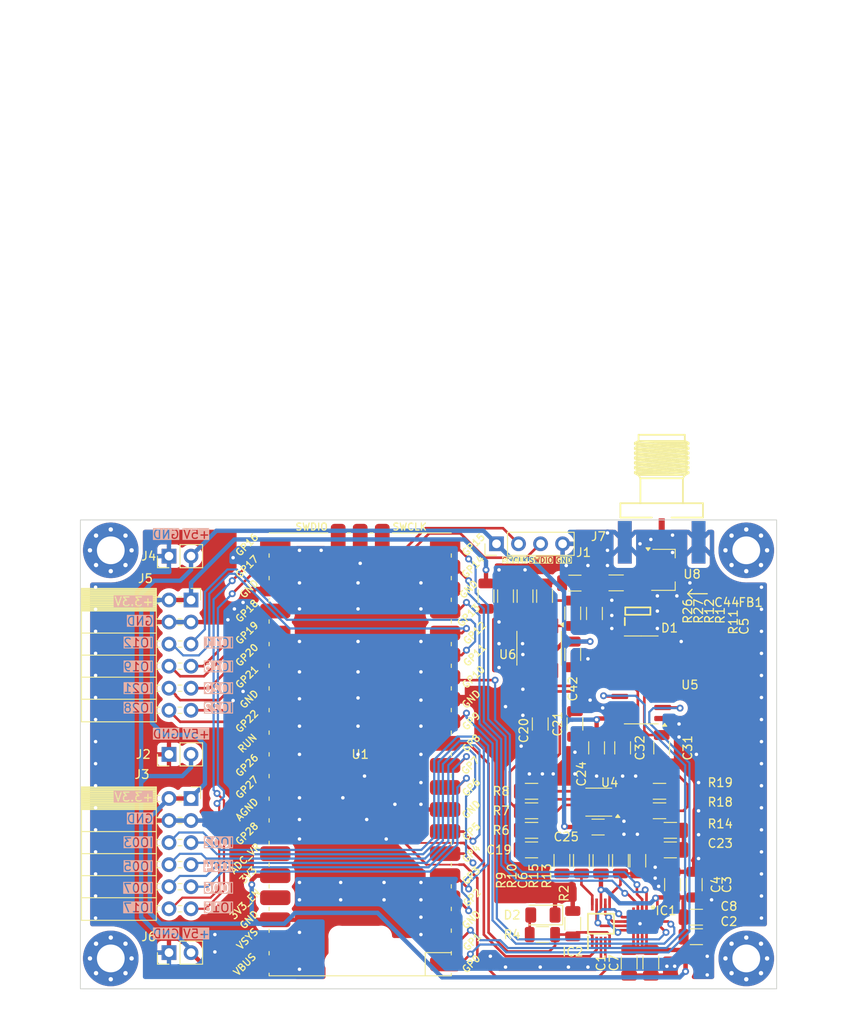
<source format=kicad_pcb>
(kicad_pcb (version 20240108) (generator "pcbnew") (generator_version "8.0")
  (layers (0 "F.Cu" signal) (31 "B.Cu" signal) (34 "B.Paste" user) (35 "F.Paste" user) (36 "B.SilkS" user "B.Silkscreen") (37 "F.SilkS" user "F.Silkscreen") (38 "B.Mask" user) (39 "F.Mask" user) (44 "Edge.Cuts" user))
  (net 0 "")
  (net 1 "+3.3V")
  (net 2 "RF_PREAMP")
  (net 3 "Net-(U6--)")
  (net 4 "Net-(C19-Pad2)")
  (net 5 "Net-(U4B--)")
  (net 6 "Net-(U5-2B2)")
  (net 7 "Net-(U5-2B3)")
  (net 8 "Net-(U4A--)")
  (net 9 "Net-(C23-Pad2)")
  (net 10 "+5V")
  (net 11 "Net-(U5-2B1)")
  (net 12 "Net-(U5-2B4)")
  (net 13 "Net-(C44-Pad2)")
  (net 14 "Net-(C44-Pad1)")
  (net 15 "Net-(U8-B)")
  (net 16 "ADC_RX_I")
  (net 17 "SCLK")
  (net 18 "ADC_RX_Q")
  (net 19 "~{CS}")
  (net 20 "CHSEL")
  (net 21 "SDATA_B")
  (net 22 "SDATA_A")
  (net 23 "IN_CH")
  (net 24 "RX_I")
  (net 25 "PICO_RX_I")
  (net 26 "PICO_RX_Q")
  (net 27 "RX_Q")
  (net 28 "SWCLK")
  (net 29 "GND")
  (net 30 "SWDIO")
  (net 31 "GPIO4")
  (net 32 "GPIO16")
  (net 33 "GPIO5")
  (net 34 "GPIO12")
  (net 35 "GPIO2")
  (net 36 "GPIO3")
  (net 37 "GPIO11")
  (net 38 "GPIO17")
  (net 39 "GPIO7")
  (net 40 "GPIO18")
  (net 41 "GPIO20")
  (net 42 "GPIO6")
  (net 43 "GPIO21")
  (net 44 "GPIO28")
  (net 45 "GPIO19")
  (net 46 "GPIO22")
  (net 47 "Net-(D2-A)")
  (net 48 "Net-(U4B-+)")
  (net 49 "Net-(U6-+)")
  (net 50 "Net-(U4A-+)")
  (net 54 "LO_I")
  (net 56 "LO_Q")
  (net 60 "Net-(U8-A)")
  (footprint "Resistor_SMD:R_1206_3216Metric" (layer "F.Cu") (at 184.5 58.75 -90)
    (property "Reference" "R11")
    (property "Value" "220")
  )
  (footprint "Resistor_SMD:R_1206_3216Metric" (layer "F.Cu") (at 194.5 81.5)
    (property "Reference" "R18")
    (property "Value" "100")
  )
  (footprint "Capacitor_SMD:C_1206_3216Metric" (layer "F.Cu") (at 187.42 83.37)
    (property "Reference" "C25")
    (property "Value" "100n")
  )
  (footprint "Resistor_SMD:R_1206_3216Metric" (layer "F.Cu") (at 174.5 56.775 -90)
    (property "Reference" "R26")
    (property "Value" "10K")
  )
  (footprint "MountingHole:MountingHole_3.2mm_M3_Pad_Via" (layer "F.Cu") (at 131.25 98.5)
    (property "Reference" "REF**" (hide yes))
    (property "Value" "MountingHole_3.2mm_M3_Pad_Via")
  )
  (footprint "Resistor_SMD:R_1206_3216Metric" (layer "F.Cu") (at 194.5 79.25)
    (property "Reference" "R19")
    (property "Value" "100")
  )
  (footprint "ICTAMKY_V8:RPi_Pico_SMD" (layer "F.Cu") (at 160 75 180)
    (property "Reference" "U1")
    (property "Value" "Pico")
  )
  (footprint "Resistor_SMD:R_1206_3216Metric" (layer "F.Cu") (at 179 56.775 90)
    (property "Reference" "R12")
    (property "Value" "0")
  )
  (footprint "Resistor_SMD:R_1206_3216Metric" (layer "F.Cu") (at 179.75 81.5 180)
    (property "Reference" "R7")
    (property "Value" "100")
  )
  (footprint "SamacSys_Parts:QFN50P300X300X80-17N" (layer "F.Cu") (at 192.25 94.5 -90)
    (property "Reference" "IC1")
    (property "Value" "MAX11190ATE+T" (hide yes))
  )
  (footprint "Resistor_SMD:R_1206_3216Metric" (layer "F.Cu") (at 183.25 87.25 -90)
    (property "Reference" "R9")
    (property "Value" "470")
  )
  (footprint "Connector_PinHeader_2.54mm:PinHeader_1x02_P2.54mm_Vertical" (layer "F.Cu") (at 137.96 52.17 90)
    (property "Reference" "J4")
    (property "Value" "22-23-2021")
  )
  (footprint "Capacitor_SMD:C_1206_3216Metric" (layer "F.Cu") (at 193.5 99 90)
    (property "Reference" "C7")
    (property "Value" "10uF")
  )
  (footprint "Resistor_SMD:R_1206_3216Metric" (layer "F.Cu") (at 179.75 79.25 180)
    (property "Reference" "R8")
    (property "Value" "100")
  )
  (footprint "SamacSys_Parts:SOT95P240X120-3N" (layer "F.Cu") (at 192 58.5 90)
    (property "Reference" "D1")
    (property "Value" "BAV99-7-F" (hide yes))
  )
  (footprint "LED_SMD:LED_1206_3216Metric" (layer "F.Cu") (at 181.06 93.5 180)
    (property "Reference" "D2")
    (property "Value" "LED")
  )
  (footprint "Capacitor_SMD:C_1206_3216Metric" (layer "F.Cu") (at 196 90 -90)
    (property "Reference" "C4")
    (property "Value" "100nF")
  )
  (footprint "Connector_PinSocket_2.54mm:PinSocket_2x06_P2.54mm_Horizontal" (layer "F.Cu") (at 140.5 80.08)
    (property "Reference" "J3")
    (property "Value" "90122-0126")
  )
  (footprint "MountingHole:MountingHole_3.2mm_M3_Pad_Via" (layer "F.Cu") (at 204.5 51.5)
    (property "Reference" "REF**" (hide yes))
    (property "Value" "MountingHole_3.2mm_M3_Pad_Via")
  )
  (footprint "Capacitor_SMD:C_1206_3216Metric" (layer "F.Cu") (at 180.75 71.5 90)
    (property "Reference" "C20")
    (property "Value" "15n")
  )
  (footprint "Capacitor_SMD:C_1206_3216Metric" (layer "F.Cu") (at 187.75 87.25 -90)
    (property "Reference" "C6")
    (property "Value" "100nF")
  )
  (footprint "Capacitor_SMD:C_1206_3216Metric" (layer "F.Cu") (at 191 99 90)
    (property "Reference" "C1")
    (property "Value" "100nF")
  )
  (footprint "Package_SO:SO-8_3.9x4.9mm_P1.27mm" (layer "F.Cu") (at 180.62 62.775 -90)
    (property "Reference" "U6")
    (property "Value" "LTC6226xS8")
  )
  (footprint "Resistor_SMD:R_1206_3216Metric" (layer "F.Cu") (at 179.75 83.75)
    (property "Reference" "R6")
    (property "Value" "100k")
  )
  (footprint "Package_SO:SOIC-16_3.9x9.9mm_P1.27mm" (layer "F.Cu") (at 192.3925 66.425 180)
    (property "Reference" "U5")
    (property "Value" "FST3253")
  )
  (footprint "Connector_PinHeader_2.54mm:PinHeader_1x04_P2.54mm_Vertical" (layer "F.Cu") (at 175.71 50.75 90)
    (property "Reference" "J1")
    (property "Value" "Conn_01x04")
  )
  (footprint "Package_TO_SOT_SMD:SOT-89-3" (layer "F.Cu") (at 194.95 53.75)
    (property "Reference" "U8")
    (property "Value" "MD0100N8-G")
  )
  (footprint "Capacitor_SMD:C_1206_3216Metric" (layer "F.Cu") (at 184.75 71.5 90)
    (property "Reference" "C21")
    (property "Value" "15n")
  )
  (footprint "Capacitor_SMD:C_1206_3216Metric" (layer "F.Cu") (at 198.5 90 -90)
    (property "Reference" "C3")
    (property "Value" "4.7uF")
  )
  (footprint "Resistor_SMD:R_1206_3216Metric" (layer "F.Cu") (at 184.5 94.5 -90)
    (property "Reference" "R2")
    (property "Value" "4.7K")
  )
  (footprint "Capacitor_SMD:C_1206_3216Metric" (layer "F.Cu") (at 187 58.775 -90)
    (property "Reference" "C5")
    (property "Value" "22p")
  )
  (footprint "SamacSys_Parts:SOP50P490X110-10N" (layer "F.Cu") (at 187.75 94.5 90)
    (property "Reference" "IC2")
    (property "Value" "TS5A23159DGSR" (hide yes))
  )
  (footprint "Capacitor_SMD:C_1206_3216Metric" (layer "F.Cu") (at 194.75 74.25 90)
    (property "Reference" "C31")
    (property "Value" "15n")
  )
  (footprint "Capacitor_SMD:C_1206_3216Metric" (layer "F.Cu") (at 179.75 86)
    (property "Reference" "C19")
    (property "Value" "1p")
  )
  (footprint "Capacitor_SMD:C_1206_3216Metric" (layer "F.Cu") (at 198.75 93.75 180)
    (property "Reference" "C8")
    (property "Value" "10uF")
  )
  (footprint "MountingHole:MountingHole_3.2mm_M3_Pad_Via" (layer "F.Cu") (at 131.25 51.5)
    (property "Reference" "REF**" (hide yes))
    (property "Value" "MountingHole_3.2mm_M3_Pad_Via")
  )
  (footprint "MountingHole:MountingHole_3.2mm_M3_Pad_Via" (layer "F.Cu") (at 204.5 98.5)
    (property "Reference" "REF**" (hide yes))
    (property "Value" "MountingHole_3.2mm_M3_Pad_Via")
  )
  (footprint "Resistor_SMD:R_1206_3216Metric" (layer "F.Cu") (at 176.75 56.775 90)
    (property "Reference" "R27")
    (property "Value" "10K")
  )
  (footprint "Resistor_SMD:R_1206_3216Metric" (layer "F.Cu") (at 181 95.75)
    (property "Reference" "R4")
    (property "Value" "1K")
  )
  (footprint "Capacitor_SMD:C_1206_3216Metric" (layer "F.Cu") (at 184.5 63.4875 -90)
    (property "Reference" "C42")
    (property "Value" "100n")
  )
  (footprint "Capacitor_SMD:C_1206_3216Metric" (layer "F.Cu") (at 187.25 74.25 -90)
    (property "Reference" "C24")
    (property "Value" "100n")
  )
  (footprint "Resistor_SMD:R_1206_3216Metric" (layer "F.Cu") (at 185.5 87.25 -90)
    (property "Reference" "R10")
    (property "Value" "1k")
  )
  (footprint "Connector_PinSocket_2.54mm:PinSocket_2x06_P2.54mm_Horizontal" (layer "F.Cu") (at 140.5 57.22)
    (property "Reference" "J5")
    (property "Value" "90122-0126")
  )
  (footprint "Resistor_SMD:R_1206_3216Metric" (layer "F.Cu") (at 192 87.25 -90)
    (property "Reference" "R13")
    (property "Value" "470")
  )
  (footprint "Resistor_SMD:R_1206_3216Metric" (layer "F.Cu") (at 195.75 83.75 180)
    (property "Reference" "R14")
    (property "Value" "100k")
  )
  (footprint "Package_SO:MSOP-8-1EP_3x3mm_P0.65mm_EP1.68x1.88mm" (layer "F.Cu") (at 187.5 80.5 180)
    (property "Reference" "U4")
    (property "Value" "LTC6227")
  )
  (footprint "ICTAMKY_V8:AMPHENOL_132357-11" (layer "F.Cu") (at 194.75 49 -90)
    (property "Reference" "J7")
    (property "Value" "AMPHENOL_132357-11" (hide yes))
  )
  (footprint "Resistor_SMD:R_1206_3216Metric" (layer "F.Cu") (at 190 87.25 -90)
    (property "Reference" "R15")
    (property "Value" "1k")
  )
  (footprint "Connector_PinHeader_2.54mm:PinHeader_1x02_P2.54mm_Vertical" (layer "F.Cu") (at 137.96 97.83 90)
    (property "Reference" "J6")
    (property "Value" "22-23-2021")
  )
  (footprint "Inductor_SMD:L_1206_3216Metric" (layer "F.Cu") (at 189.5 55.25 180)
    (property "Reference" "FB1")
    (property "Value" "ILHB1206ER750V")
  )
  (footprint "Capacitor_SMD:C_1206_3216Metric" (layer "F.Cu") (at 195.75 86 180)
    (property "Reference" "C23")
    (property "Value" "1p")
  )
  (footprint "Capacitor_SMD:C_1206_3216Metric" (layer "F.Cu") (at 184.75 55.275)
    (property "Reference" "C44")
    (property "Value" "100n")
  )
  (footprint "Connector_PinHeader_2.54mm:PinHeader_1x02_P2.54mm_Vertical" (layer "F.Cu") (at 137.96 75 90)
    (property "Reference" "J2")
    (property "Value" "22-23-2021")
  )
  (footprint "Capacitor_SMD:C_1206_3216Metric" (layer "F.Cu") (at 198.75 96 180)
    (property "Reference" "C2")
    (property "Value" "100nF")
  )
  (footprint "Resistor_SMD:R_1206_3216Metric" (layer "F.Cu") (at 181.25 56.775 -90)
    (property "Reference" "R1")
    (property "Value" "50")
  )
  (footprint "Capacitor_SMD:C_1206_3216Metric" (layer "F.Cu") (at 190.25 74.25 90)
    (property "Reference" "C32")
    (property "Value" "15n")
  )
  (gr_line (start 197.75 56.5) (end 198.25 56) (stroke (width 0.15)) (layer "F.SilkS"))
  (gr_line (start 200 56.5) (end 197.75 56.5) (stroke (width 0.15)) (layer "F.SilkS"))
  (gr_line (start 197.75 56.5) (end 198.25 57) (stroke (width 0.15)) (layer "F.SilkS"))
  (gr_rect (start 127.75 48) (end 208 102) (stroke (width 0.1)) (fill none) (layer "Edge.Cuts"))
  (gr_text "IO03" (at 136.25 85.75 0) (layer "B.SilkS" knockout) (effects (font (size 1 1)) (justify left bottom mirror)))
  (gr_text "IO20" (at 145.5 68 0) (layer "B.SilkS" knockout) (effects (font (size 1 1)) (justify left bottom mirror)))
  (gr_text "IO17" (at 136.25 93.25 0) (layer "B.SilkS" knockout) (effects (font (size 1 1)) (justify left bottom mirror)))
  (gr_text "+5V" (at 142.75 50.25 0) (layer "B.SilkS" knockout) (effects (font (size 1 1)) (justify left bottom mirror)))
  (gr_text "IO16" (at 145.5 93.25 0) (layer "B.SilkS" knockout) (effects (font (size 1 1)) (justify left bottom mirror)))
  (gr_text "IO05" (at 136.25 88.5 0) (layer "B.SilkS" knockout) (effects (font (size 1 1)) (justify left bottom mirror)))
  (gr_text "IO12" (at 136.25 62.75 0) (layer "B.SilkS" knockout) (effects (font (size 1 1)) (justify left bottom mirror)))
  (gr_text "+3.3V" (at 136.25 58 0) (layer "B.SilkS" knockout) (effects (font (size 1 1)) (justify left bottom mirror)))
  (gr_text "+5V" (at 142.75 96.25 0) (layer "B.SilkS" knockout) (effects (font (size 1 1)) (justify left bottom mirror)))
  (gr_text "GND" (at 139.25 50.25 0) (layer "B.SilkS" knockout) (effects (font (size 1 1)) (justify left bottom mirror)))
  (gr_text "IO06" (at 145.5 91 0) (layer "B.SilkS" knockout) (effects (font (size 1 1)) (justify left bottom mirror)))
  (gr_text "IO11" (at 145.5 62.75 0) (layer "B.SilkS" knockout) (effects (font (size 1 1)) (justify left bottom mirror)))
  (gr_text "IO07" (at 136.25 91 0) (layer "B.SilkS" knockout) (effects (font (size 1 1)) (justify left bottom mirror)))
  (gr_text "GND" (at 139.25 96.25 0) (layer "B.SilkS" knockout) (effects (font (size 1 1)) (justify left bottom mirror)))
  (gr_text "GND" (at 136.25 60.25 0) (layer "B.SilkS" knockout) (effects (font (size 1 1)) (justify left bottom mirror)))
  (gr_text "IO22" (at 145.5 70.25 0) (layer "B.SilkS" knockout) (effects (font (size 1 1)) (justify left bottom mirror)))
  (gr_text "GND" (at 139.25 73.25 0) (layer "B.SilkS" knockout) (effects (font (size 1 1)) (justify left bottom mirror)))
  (gr_text "IO28" (at 136.25 70.25 0) (layer "B.SilkS" knockout) (effects (font (size 1 1)) (justify left bottom mirror)))
  (gr_text "IO02" (at 145.5 85.75 0) (layer "B.SilkS" knockout) (effects (font (size 1 1)) (justify left bottom mirror)))
  (gr_text "IO18" (at 145.5 65.5 0) (layer "B.SilkS" knockout) (effects (font (size 1 1)) (justify left bottom mirror)))
  (gr_text "IO21" (at 136.25 68 0) (layer "B.SilkS" knockout) (effects (font (size 1 1)) (justify left bottom mirror)))
  (gr_text "+3.3V" (at 136.25 80.5 0) (layer "B.SilkS" knockout) (effects (font (size 1 1)) (justify left bottom mirror)))
  (gr_text "+5V" (at 142.75 73.25 0) (layer "B.SilkS" knockout) (effects (font (size 1 1)) (justify left bottom mirror)))
  (gr_text "IO04" (at 145.5 88.5 0) (layer "B.SilkS" knockout) (effects (font (size 1 1)) (justify left bottom mirror)))
  (gr_text "GND" (at 136.25 83 0) (layer "B.SilkS" knockout) (effects (font (size 1 1)) (justify left bottom mirror)))
  (gr_text "IO19" (at 136.25 65.5 0) (layer "B.SilkS" knockout) (effects (font (size 1 1)) (justify left bottom mirror)))
  (gr_text "SWDIO" (at 179.4 53 0) (layer "F.SilkS" knockout) (effects (font (size 0.6 0.6) (thickness 0.1) (bold yes)) (justify left bottom)))
  (gr_text "SWCLK" (at 176.3 53 0) (layer "F.SilkS" knockout) (effects (font (size 0.6 0.6) (thickness 0.1) (bold yes)) (justify left bottom)))
  (gr_text "GND" (at 182.5 53 0) (layer "F.SilkS" knockout) (effects (font (size 0.6 0.6) (thickness 0.1) (bold yes)) (justify left bottom)))
  (segment (start 193.85 93.75) (end 193.7 93.75) (width 0.3) (layer "F.Cu") (net 1))
  (segment (start 197.5 97.525) (end 196.8 97.525) (width 0.5) (layer "F.Cu") (net 1))
  (segment (start 197.5 98.05) (end 197.5 97.525) (width 0.5) (layer "F.Cu") (net 1))
  (segment (start 196.8 97.525) (end 196.975 97.525) (width 0.5) (layer "F.Cu") (net 1))
  (segment (start 196.5 97.525) (end 193.5 97.525) (width 0.5) (layer "F.Cu") (net 1))
  (segment (start 197.5 97) (end 197.5 96.7) (width 0.5) (layer "F.Cu") (net 1))
  (segment (start 196.8 97.525) (end 196.5 97.525) (width 0.5) (layer "F.Cu") (net 1))
  (segment (start 140.5 80.08) (end 137.96 80.08) (width 0.5) (layer "F.Cu") (net 1))
  (segment (start 174.5 55.3125) (end 174.5 53.75) (width 0.5) (layer "F.Cu") (net 1))
  (segment (start 197.275 93.75) (end 197.275 96) (width 0.5) (layer "F.Cu") (net 1))
  (segment (start 197.275 91.5) (end 197.25 91.475) (width 0.5) (layer "F.Cu") (net 1))
  (segment (start 194.25 93.25) (end 194.25 91.75) (width 0.3) (layer "F.Cu") (net 1))
  (segment (start 193.7 93.75) (end 194.25 93.75) (width 0.3) (layer "F.Cu") (net 1))
  (segment (start 193.7 93.75) (end 194.2 93.75) (width 0.3) (layer "F.Cu") (net 1))
  (segment (start 196 91.475) (end 197.25 91.475) (width 0.5) (layer "F.Cu") (net 1))
  (segment (start 193.5 97.525) (end 192 97.525) (width 1) (layer "F.Cu") (net 1))
  (segment (start 197.5 100) (end 197.5 98.05) (width 0.5) (layer "F.Cu") (net 1))
  (segment (start 148.03 88.97) (end 151.11 88.97) (width 0.5) (layer "F.Cu") (net 1))
  (segment (start 196.975 97.525) (end 197.5 97) (width 0.5) (layer "F.Cu") (net 1))
  (segment (start 197.275 93.75) (end 197.275 91.5) (width 0.5) (layer "F.Cu") (net 1))
  (segment (start 196.975 97.525) (end 197.5 98.05) (width 0.5) (layer "F.Cu") (net 1))
  (segment (start 147.5 89.5) (end 148.03 88.97) (width 0.5) (layer "F.Cu") (net 1))
  (segment (start 187.75 92.3) (end 187.75 90.6) (width 0.3) (layer "F.Cu") (net 1))
  (segment (start 193 97.025) (end 193.5 97.525) (width 0.3) (layer "F.Cu") (net 1))
  (segment (start 197.5 100) (end 197.5 97) (width 0.5) (layer "F.Cu") (net 1))
  (segment (start 192.5 97.525) (end 192 97.525) (width 0.3) (layer "F.Cu") (net 1))
  (segment (start 194.25 93.75) (end 194.25 93.25) (width 0.3) (layer "F.Cu") (net 1))
  (segment (start 187.75 90.6) (end 187.75 88.725) (width 0.5) (layer "F.Cu") (net 1))
  (segment (start 147.5 90) (end 147.5 89.5) (width 0.5) (layer "F.Cu") (net 1))
  (segment (start 197.25 91.475) (end 198.5 91.475) (width 0.5) (layer "F.Cu") (net 1))
  (segment (start 197.275 96.475) (end 197.275 96) (width 0.5) (layer "F.Cu") (net 1))
  (segment (start 192 97.525) (end 191 97.525) (width 1) (layer "F.Cu") (net 1))
  (segment (start 140.5 57.22) (end 137.96 57.22) (width 0.5) (layer "F.Cu") (net 1))
  (segment (start 194.05 91.55) (end 194.125 91.475) (width 0.5) (layer "F.Cu") (net 1))
  (segment (start 197.5 96.7) (end 197.275 96.475) (width 0.5) (layer "F.Cu") (net 1))
  (segment (start 194.125 91.475) (end 196 91.475) (width 0.5) (layer "F.Cu") (net 1))
  (segment (start 192 95.95) (end 192 97.525) (width 0.3) (layer "F.Cu") (net 1))
  (segment (start 196.5 97.525) (end 196.975 97.525) (width 0.5) (layer "F.Cu") (net 1))
  (segment (start 193 95.95) (end 193 97.025) (width 0.3) (layer "F.Cu") (net 1))
  (segment (start 194.25 93.25) (end 194.25 93.35) (width 0.3) (layer "F.Cu") (net 1))
  (segment (start 192.5 95.95) (end 192.5 97.525) (width 0.3) (layer "F.Cu") (net 1))
  (segment (start 191.5 95.95) (end 191.5 97.025) (width 0.3) (layer "F.Cu") (net 1))
  (segment (start 194.25 93.35) (end 193.85 93.75) (width 0.3) (layer "F.Cu") (net 1))
  (segment (start 194.25 91.75) (end 194.05 91.55) (width 0.3) (layer "F.Cu") (net 1))
  (segment (start 191.5 97.025) (end 191 97.525) (width 0.3) (layer "F.Cu") (net 1))
  (via (at 187.75 90.6) (size 0.8) (drill 0.4) (layers "F.Cu" "B.Cu") (net 1))
  (via (at 194.05 91.55) (size 0.8) (drill 0.4) (layers "F.Cu" "B.Cu") (net 1))
  (via (at 197.5 100) (size 0.8) (drill 0.4) (layers "F.Cu" "B.Cu") (net 1))
  (via (at 147.5 90) (size 0.8) (drill 0.4) (layers "F.Cu" "B.Cu") (net 1))
  (via (at 174.5 53.75) (size 0.8) (drill 0.4) (layers "F.Cu" "B.Cu") (net 1))
  (segment (start 147.5 93.75) (end 148.25 94.5) (width 0.5) (layer "B.Cu") (net 1))
  (segment (start 136 71.375) (end 136 58) (width 0.5) (layer "B.Cu") (net 1))
  (segment (start 151.25 94.5) (end 152.5 93.25) (width 0.5) (layer "B.Cu") (net 1))
  (segment (start 148.25 94.5) (end 149 94.5) (width 0.5) (layer "B.Cu") (net 1))
  (segment (start 149 94.5) (end 151.25 94.5) (width 0.5) (layer "B.Cu") (net 1))
  (segment (start 137 94.5) (end 135.75 93.25) (width 0.5) (layer "B.Cu") (net 1))
  (segment (start 172 50.25) (end 145.5 50.25) (width 0.5) (layer "B.Cu") (net 1))
  (segment (start 174.5 53.75) (end 174.5 52.75) (width 0.5) (layer "B.Cu") (net 1))
  (segment (start 196.825 100.675) (end 197.5 100) (width 0.5) (layer "B.Cu") (net 1))
  (segment (start 147.5 94.5) (end 149 94.5) (width 0.5) (layer "B.Cu") (net 1))
  (segment (start 189.9 92.15) (end 193.45 92.15) (width 0.5) (layer "B.Cu") (net 1))
  (segment (start 140.5 80.08) (end 140.5 80) (width 0.5) (layer "B.Cu") (net 1))
  (segment (start 140.95 72.75) (end 137.375 72.75) (width 0.5) (layer "B.Cu") (net 1))
  (segment (start 152.5 93.25) (end 162 93.25) (width 0.5) (layer "B.Cu") (net 1))
  (segment (start 135.75 82.29) (end 137.96 80.08) (width 0.5) (layer "B.Cu") (net 1))
  (segment (start 187.75 90.6) (end 188.35 90.6) (width 0.5) (layer "B.Cu") (net 1))
  (segment (start 137.375 72.75) (end 136 71.375) (width 0.5) (layer "B.Cu") (net 1))
  (segment (start 193.45 92.15) (end 194.05 91.55) (width 0.5) (layer "B.Cu") (net 1))
  (segment (start 142.1 78.4) (end 142.1 73.9) (width 0.5) (layer "B.Cu") (net 1))
  (segment (start 146.75 94.5) (end 137 94.5) (width 0.5) (layer "B.Cu") (net 1))
  (segment (start 145.5 50.25) (end 140.5 55.25) (width 0.5) (layer "B.Cu") (net 1))
  (segment (start 147.5 90) (end 147.5 93.75) (width 0.5) (layer "B.Cu") (net 1))
  (segment (start 140.5 80) (end 142.1 78.4) (width 0.5) (layer "B.Cu") (net 1))
  (segment (start 136 58) (end 136.78 57.22) (width 0.5) (layer "B.Cu") (net 1))
  (segment (start 147.5 93.75) (end 147.5 94.5) (width 0.5) (layer "B.Cu") (net 1))
  (segment (start 147.5 94.5) (end 146.75 94.5) (width 0.5) (layer "B.Cu") (net 1))
  (segment (start 169.425 100.675) (end 196.825 100.675) (width 0.5) (layer "B.Cu") (net 1))
  (segment (start 174.5 52.75) (end 172 50.25) (width 0.5) (layer "B.Cu") (net 1))
  (segment (start 142.1 73.9) (end 140.95 72.75) (width 0.5) (layer "B.Cu") (net 1))
  (segment (start 140.5 55.25) (end 140.5 57.22) (width 0.5) (layer "B.Cu") (net 1))
  (segment (start 136.78 57.22) (end 137.96 57.22) (width 0.5) (layer "B.Cu") (net 1))
  (segment (start 188.35 90.6) (end 189.9 92.15) (width 0.5) (layer "B.Cu") (net 1))
  (segment (start 135.75 93.25) (end 135.75 82.29) (width 0.5) (layer "B.Cu") (net 1))
  (segment (start 147.5 93.75) (end 146.75 94.5) (width 0.5) (layer "B.Cu") (net 1))
  (segment (start 162 93.25) (end 169.425 100.675) (width 0.5) (layer "B.Cu") (net 1))
  (segment (start 182.525 60.2) (end 184.4875 60.2) (width 0.3) (layer "F.Cu") (net 2))
  (segment (start 184.4875 60.2) (end 184.5 60.2125) (width 0.3) (layer "F.Cu") (net 2))
  (segment (start 179.985 65.35) (end 179.985 66.485) (width 0.3) (layer "F.Cu") (net 2))
  (segment (start 180.615 67.115) (end 184.635 67.115) (width 0.3) (layer "F.Cu") (net 2))
  (segment (start 188.52 61.98) (end 189.9175 61.98) (width 0.3) (layer "F.Cu") (net 2))
  (segment (start 182.525 60.2) (end 182.525 61.725) (width 0.3) (layer "F.Cu") (net 2))
  (segment (start 187 60.25) (end 184.5375 60.25) (width 0.3) (layer "F.Cu") (net 2))
  (segment (start 179.985 66.485) (end 180.615 67.115) (width 0.3) (layer "F.Cu") (net 2))
  (segment (start 182.525 61.725) (end 179.985 64.265) (width 0.3) (layer "F.Cu") (net 2))
  (segment (start 187.75 62.75) (end 188.52 61.98) (width 0.3) (layer "F.Cu") (net 2))
  (segment (start 184.635 67.115) (end 187.75 64) (width 0.3) (layer "F.Cu") (net 2))
  (segment (start 179.985 64.265) (end 179.985 65.35) (width 0.3) (layer "F.Cu") (net 2))
  (segment (start 187.75 64) (end 187.75 62.75) (width 0.3) (layer "F.Cu") (net 2))
  (segment (start 184.5375 60.25) (end 184.5 60.2125) (width 0.3) (layer "F.Cu") (net 2))
  (segment (start 181.255 58.2425) (end 181.25 58.2375) (width 0.25) (layer "F.Cu") (net 3))
  (segment (start 182.2 57.2875) (end 181.25 58.2375) (width 0.3) (layer "F.Cu") (net 3))
  (segment (start 184.5125 57.3) (end 184.5 57.2875) (width 0.3) (layer "F.Cu") (net 3))
  (segment (start 187 57.3) (end 184.5125 57.3) (width 0.3) (layer "F.Cu") (net 3))
  (segment (start 184.5 57.2875) (end 182.2 57.2875) (width 0.3) (layer "F.Cu") (net 3))
  (segment (start 181.255 60.2) (end 181.255 58.2425) (width 0.3) (layer "F.Cu") (net 3))
  (segment (start 183.425 80.825) (end 182.5 81.75) (width 0.3) (layer "F.Cu") (net 4))
  (segment (start 181.225 86) (end 183.0375 86) (width 0.3) (layer "F.Cu") (net 4))
  (segment (start 181.2125 83.75) (end 181.225 83.7625) (width 0.3) (layer "F.Cu") (net 4))
  (segment (start 182.5 82.4625) (end 181.2125 83.75) (width 0.3) (layer "F.Cu") (net 4))
  (segment (start 182.5 81.75) (end 182.5 82.4625) (width 0.3) (layer "F.Cu") (net 4))
  (segment (start 185.35 80.825) (end 183.425 80.825) (width 0.3) (layer "F.Cu") (net 4))
  (segment (start 181.225 83.7625) (end 181.225 86) (width 0.3) (layer "F.Cu") (net 4))
  (segment (start 183.0375 86) (end 183.25 85.7875) (width 0.3) (layer "F.Cu") (net 4))
  (segment (start 178.2875 85.9875) (end 178.275 86) (width 0.3) (layer "F.Cu") (net 5))
  (segment (start 180.25 82.5) (end 181.2125 81.5375) (width 0.3) (layer "F.Cu") (net 5))
  (segment (start 181.2125 81.5375) (end 181.2125 81.5) (width 0.3) (layer "F.Cu") (net 5))
  (segment (start 178.2875 83.75) (end 178.2875 85.9875) (width 0.3) (layer "F.Cu") (net 5))
  (segment (start 178.2875 83.75) (end 179.5375 82.5) (width 0.3) (layer "F.Cu") (net 5))
  (segment (start 181.2125 81.5) (end 182.5375 80.175) (width 0.3) (layer "F.Cu") (net 5))
  (segment (start 182.5375 80.175) (end 185.35 80.175) (width 0.3) (layer "F.Cu") (net 5))
  (segment (start 179.5375 82.5) (end 180.25 82.5) (width 0.3) (layer "F.Cu") (net 5))
  (segment (start 179.25 75) (end 177.25 77) (width 0.3) (layer "F.Cu") (net 6))
  (segment (start 177.25 77) (end 177.25 80.5) (width 0.3) (layer "F.Cu") (net 6))
  (segment (start 180.75 70.025) (end 180.775 70.025) (width 0.3) (layer "F.Cu") (net 6))
  (segment (start 182 75) (end 179.25 75) (width 0.3) (layer "F.Cu") (net 6))
  (segment (start 182.45 71.7) (end 182.45 74.55) (width 0.3) (layer "F.Cu") (net 6))
  (segment (start 180.775 70.025) (end 182.45 71.7) (width 0.3) (layer "F.Cu") (net 6))
  (segment (start 177.25 80.5) (end 178.25 81.5) (width 0.3) (layer "F.Cu") (net 6))
  (segment (start 181.75 67.75) (end 180.75 68.75) (width 0.3) (layer "F.Cu") (net 6))
  (segment (start 178.25 81.5) (end 178.2875 81.5) (width 0.3) (layer "F.Cu") (net 6))
  (segment (start 189.9175 64.52) (end 188.23 64.52) (width 0.3) (layer "F.Cu") (net 6))
  (segment (start 185 67.75) (end 181.75 67.75) (width 0.3) (layer "F.Cu") (net 6))
  (segment (start 180.75 68.75) (end 180.75 70.025) (width 0.3) (layer "F.Cu") (net 6))
  (segment (start 182.45 74.55) (end 182 75) (width 0.3) (layer "F.Cu") (net 6))
  (segment (start 188.23 64.52) (end 185 67.75) (width 0.3) (layer "F.Cu") (net 6))
  (segment (start 184.75 70.025) (end 184.75 69) (width 0.3) (layer "F.Cu") (net 7))
  (segment (start 182.4 75.55) (end 183 74.95) (width 0.3) (layer "F.Cu") (net 7))
  (segment (start 183 71.75) (end 184.725 70.025) (width 0.3) (layer "F.Cu") (net 7))
  (segment (start 178.2875 76.8125) (end 179.55 75.55) (width 0.3) (layer "F.Cu") (net 7))
  (segment (start 184.725 70.025) (end 184.75 70.025) (width 0.3) (layer "F.Cu") (net 7))
  (segment (start 178.2875 79.25) (end 178.2875 76.8125) (width 0.3) (layer "F.Cu") (net 7))
  (segment (start 183 74.95) (end 183 71.75) (width 0.3) (layer "F.Cu") (net 7))
  (segment (start 184.75 69) (end 187.96 65.79) (width 0.3) (layer "F.Cu") (net 7))
  (segment (start 187.96 65.79) (end 189.9175 65.79) (width 0.3) (layer "F.Cu") (net 7))
  (segment (start 179.55 75.55) (end 182.4 75.55) (width 0.3) (layer "F.Cu") (net 7))
  (segment (start 192.3625 80.825) (end 193.0375 81.5) (width 0.3) (layer "F.Cu") (net 8))
  (segment (start 195.5 83.75) (end 197.2125 83.75) (width 0.3) (layer "F.Cu") (net 8))
  (segment (start 189.65 80.825) (end 192.3625 80.825) (width 0.3) (layer "F.Cu") (net 8))
  (segment (start 197.2125 83.75) (end 197.2125 85.9875) (width 0.3) (layer "F.Cu") (net 8))
  (segment (start 193.25 81.5) (end 195.5 83.75) (width 0.3) (layer "F.Cu") (net 8))
  (segment (start 193.0375 81.5) (end 193.25 81.5) (width 0.3) (layer "F.Cu") (net 8))
  (segment (start 197.2125 85.9875) (end 197.225 86) (width 0.3) (layer "F.Cu") (net 8))
  (segment (start 193.0375 83.75) (end 194.2875 83.75) (width 0.3) (layer "F.Cu") (net 9))
  (segment (start 190.7625 81.475) (end 193.0375 83.75) (width 0.3) (layer "F.Cu") (net 9))
  (segment (start 189.65 81.475) (end 190.7625 81.475) (width 0.3) (layer "F.Cu") (net 9))
  (segment (start 191.4625 86) (end 194.275 86) (width 0.3) (layer "F.Cu") (net 9))
  (segment (start 194.275 83.7625) (end 194.275 86) (width 0.3) (layer "F.Cu") (net 9))
  (segment (start 194.2875 83.75) (end 194.275 83.7625) (width 0.3) (layer "F.Cu") (net 9))
  (segment (start 183.62 83.37) (end 185.945 83.37) (width 0.5) (layer "F.Cu") (net 10))
  (segment (start 151.11 99.13) (end 141.8 99.13) (width 0.5) (layer "F.Cu") (net 10))
  (segment (start 185.35 81.675) (end 185.35 82.975) (width 0.5) (layer "F.Cu") (net 10))
  (segment (start 141.8 99.13) (end 140.5 97.83) (width 0.5) (layer "F.Cu") (net 10))
  (segment (start 183.510292 62.0125) (end 184.5 62.0125) (width 0.5) (layer "F.Cu") (net 10))
  (segment (start 185.35 82.775) (end 185.945 83.37) (width 0.5) (layer "F.Cu") (net 10))
  (segment (start 189.9175 70.87) (end 187.38 70.87) (width 0.5) (layer "F.Cu") (net 10))
  (segment (start 181.255 65.35) (end 181.255 64.267792) (width 0.5) (layer "F.Cu") (net 10))
  (segment (start 187.25 72.775) (end 187.25 71) (width 0.5) (layer "F.Cu") (net 10))
  (segment (start 184.5 62.0125) (end 186.4875 62.0125) (width 0.5) (layer "F.Cu") (net 10))
  (segment (start 183.55 83.3) (end 183.62 83.37) (width 0.5) (layer "F.Cu") (net 10))
  (segment (start 181.255 64.267792) (end 183.510292 62.0125) (width 0.5) (layer "F.Cu") (net 10))
  (segment (start 187.38 70.87) (end 187.25 71) (width 0.5) (layer "F.Cu") (net 10))
  (segment (start 186.4875 62.0125) (end 186.5 62) (width 0.5) (layer "F.Cu") (net 10))
  (via (at 187.25 71) (size 0.8) (drill 0.4) (layers "F.Cu" "B.Cu") (net 10))
  (via (at 186.5 62) (size 0.8) (drill 0.4) (layers "F.Cu" "B.Cu") (net 10))
  (via (at 183.55 83.3) (size 0.8) (drill 0.4) (layers "F.Cu" "B.Cu") (net 10))
  (segment (start 179.75 52.5) (end 177.46 52.5) (width 0.5) (layer "B.Cu") (net 10))
  (segment (start 140.5 97.83) (end 140.5 97.5) (width 0.5) (layer "B.Cu") (net 10))
  (segment (start 134.75 78.25) (end 134.75 77.5) (width 0.5) (layer "B.Cu") (net 10))
  (segment (start 140.5 53.75) (end 139.25 55) (width 0.5) (layer "B.Cu") (net 10))
  (segment (start 183.5 63.25) (end 183.5 68.75) (width 0.5) (layer "B.Cu") (net 10))
  (segment (start 184.45 71) (end 184 71) (width 0.5) (layer "B.Cu") (net 10))
  (segment (start 183.5 68.75) (end 183.5 69.5) (width 0.5) (layer "B.Cu") (net 10))
  (segment (start 183.5 61.25) (end 183.5 56.25) (width 0.5) (layer "B.Cu") (net 10))
  (segment (start 183.5 56.25) (end 182.625 55.375) (width 0.5) (layer "B.Cu") (net 10))
  (segment (start 134.75 93.75) (end 134.75 78.25) (width 0.5) (layer "B.Cu") (net 10))
  (segment (start 184.25 62) (end 183.5 62) (width 0.5) (layer "B.Cu") (net 10))
  (segment (start 184.45 71) (end 184.1 71) (width 0.5) (layer "B.Cu") (net 10))
  (segment (start 182.625 55.375) (end 179.75 52.5) (width 0.5) (layer "B.Cu") (net 10))
  (segment (start 136.5 95.5) (end 134.75 93.75) (width 0.5) (layer "B.Cu") (net 10))
  (segment (start 175.71 50.75) (end 174.21 49.25) (width 0.5) (layer "B.Cu") (net 10))
  (segment (start 183.5 83.25) (end 183.5 71.6) (width 0.5) (layer "B.Cu") (net 10))
  (segment (start 183.5 62.75) (end 183.5 61.25) (width 0.5) (layer "B.Cu") (net 10))
  (segment (start 135.5 77.5) (end 134.75 76.75) (width 0.5) (layer "B.Cu") (net 10))
  (segment (start 139.25 55) (end 136.25 55) (width 0.5) (layer "B.Cu") (net 10))
  (segment (start 174.21 49.25) (end 143.42 49.25) (width 0.5) (layer "B.Cu") (net 10))
  (segment (start 134.75 76.75) (end 134.75 77.5) (width 0.5) (layer "B.Cu") (net 10))
  (segment (start 139.5 77.5) (end 135.5 77.5) (width 0.5) (layer "B.Cu") (net 10))
  (segment (start 140.5 76.5) (end 139.5 77.5) (width 0.5) (layer "B.Cu") (net 10))
  (segment (start 138.5 95.5) (end 136.5 95.5) (width 0.5) (layer "B.Cu") (net 10))
  (segment (start 183.5 71.6) (end 183.5 70.5) (width 0.5) (layer "B.Cu") (net 10))
  (segment (start 177.46 52.5) (end 175.71 50.75) (width 0.5) (layer "B.Cu") (net 10))
  (segment (start 184.25 62) (end 183.5 62.75) (width 0.5) (layer "B.Cu") (net 10))
  (segment (start 136.25 55) (end 134.75 56.5) (width 0.5) (layer "B.Cu") (net 10))
  (segment (start 183.5 63.25) (end 183.5 62.75) (width 0.5) (layer "B.Cu") (net 10))
  (segment (start 184.25 62) (end 183.5 61.25) (width 0.5) (layer "B.Cu") (net 10))
  (segment (start 184.1 71) (end 183.5 71.6) (width 0.5) (layer "B.Cu") (net 10))
  (segment (start 183.5 68.75) (end 183.5 70.5) (width 0.5) (layer "B.Cu") (net 10))
  (segment (start 184 71) (end 183.5 70.5) (width 0.5) (layer "B.Cu") (net 10))
  (segment (start 143.42 49.25) (end 140.5 52.17) (width 0.5) (layer "B.Cu") (net 10))
  (segment (start 183.55 83.3) (end 183.5 83.25) (width 0.5) (layer "B.Cu") (net 10))
  (segment (start 140.5 52.17) (end 140.5 53.75) (width 0.5) (layer "B.Cu") (net 10))
  (segment (start 187.25 71) (end 184.45 71) (width 0.5) (layer "B.Cu") (net 10))
  (segment (start 140.5 97.5) (end 138.5 95.5) (width 0.5) (layer "B.Cu") (net 10))
  (segment (start 183.5 62) (end 183.5 63.25) (width 0.5) (layer "B.Cu") (net 10))
  (segment (start 135.5 77.5) (end 134.75 77.5) (width 0.5) (layer "B.Cu") (net 10))
  (segment (start 134.75 56.5) (end 134.75 76.75) (width 0.5) (layer "B.Cu") (net 10))
  (segment (start 140.5 75) (end 140.5 76.5) (width 0.5) (layer "B.Cu") (net 10))
  (segment (start 186.5 62) (end 184.25 62) (width 0.5) (layer "B.Cu") (net 10))
  (segment (start 135.5 77.5) (end 134.75 78.25) (width 0.5) (layer "B.Cu") (net 10))
  (segment (start 193.25 72.775) (end 194.75 72.775) (width 0.3) (layer "F.Cu") (net 11))
  (segment (start 193.25 72.775) (end 193.225 72.775) (width 0.3) (layer "F.Cu") (net 11))
  (segment (start 189.9175 63.25) (end 191.5 63.25) (width 0.3) (layer "F.Cu") (net 11))
  (segment (start 192.775 72.775) (end 193.25 72.775) (width 0.3) (layer "F.Cu") (net 11))
  (segment (start 193.25 72.775) (end 193.25 72.8) (width 0.3) (layer "F.Cu") (net 11))
  (segment (start 192.75 76) (end 193.9 77.15) (width 0.3) (layer "F.Cu") (net 11))
  (segment (start 197.25 81.5) (end 195.9625 81.5) (width 0.3) (layer "F.Cu") (net 11))
  (segment (start 193.25 72.8) (end 192.75 73.3) (width 0.3) (layer "F.Cu") (net 11))
  (segment (start 191.5 63.25) (end 192.75 64.5) (width 0.3) (layer "F.Cu") (net 11))
  (segment (start 197.75 81) (end 197.25 81.5) (width 0.3) (layer "F.Cu") (net 11))
  (segment (start 192.75 72.75) (end 192.775 72.775) (width 0.3) (layer "F.Cu") (net 11))
  (segment (start 192.75 72.8) (end 192.75 73.3) (width 0.3) (layer "F.Cu") (net 11))
  (segment (start 193.225 72.775) (end 192.75 72.3) (width 0.3) (layer "F.Cu") (net 11))
  (segment (start 192.75 64.5) (end 192.75 72.3) (width 0.3) (layer "F.Cu") (net 11))
  (segment (start 192.75 73.3) (end 192.75 76) (width 0.3) (layer "F.Cu") (net 11))
  (segment (start 192.775 72.775) (end 192.75 72.8) (width 0.3) (layer "F.Cu") (net 11))
  (segment (start 192.75 72.3) (end 192.75 72.75) (width 0.3) (layer "F.Cu") (net 11))
  (segment (start 196.4 77.15) (end 197.75 78.5) (width 0.3) (layer "F.Cu") (net 11))
  (segment (start 193.9 77.15) (end 196.4 77.15) (width 0.3) (layer "F.Cu") (net 11))
  (segment (start 197.75 78.5) (end 197.75 81) (width 0.3) (layer "F.Cu") (net 11))
  (segment (start 191.31 67.06) (end 189.9175 67.06) (width 0.3) (layer "F.Cu") (net 12))
  (segment (start 191.625 72.775) (end 192 73.15) (width 0.3) (layer "F.Cu") (net 12))
  (segment (start 193.55 77.75) (end 192 76.2) (width 0.3) (layer "F.Cu") (net 12))
  (segment (start 191.625 72.775) (end 192 72.4) (width 0.3) (layer "F.Cu") (net 12))
  (segment (start 195.9625 79.25) (end 194.4625 77.75) (width 0.3) (layer "F.Cu") (net 12))
  (segment (start 194.4625 77.75) (end 193.55 77.75) (width 0.3) (layer "F.Cu") (net 12))
  (segment (start 191.45 72.775) (end 191.625 72.775) (width 0.3) (layer "F.Cu") (net 12))
  (segment (start 192 67.75) (end 191.31 67.06) (width 0.3) (layer "F.Cu") (net 12))
  (segment (start 192 72.775) (end 191.45 72.775) (width 0.3) (layer "F.Cu") (net 12))
  (segment (start 191.45 72.775) (end 190.25 72.775) (width 0.3) (layer "F.Cu") (net 12))
  (segment (start 192 76.2) (end 192 73.15) (width 0.3) (layer "F.Cu") (net 12))
  (segment (start 192 72.4) (end 192 67.75) (width 0.3) (layer "F.Cu") (net 12))
  (segment (start 192 73.15) (end 192 72.4) (width 0.3) (layer "F.Cu") (net 12))
  (segment (start 186.225 55.275) (end 187.9 55.275) (width 0.3) (layer "F.Cu") (net 13))
  (segment (start 187.9 55.275) (end 187.925 55.25) (width 0.25) (layer "F.Cu") (net 13))
  (segment (start 183.275 55.275) (end 181.2875 55.275) (width 0.3) (layer "F.Cu") (net 14))
  (segment (start 181.2875 55.275) (end 181.25 55.3125) (width 0.3) (layer "F.Cu") (net 14))
  (segment (start 179 55.3125) (end 181.25 55.3125) (width 0.3) (layer "F.Cu") (net 14))
  (segment (start 192 55.5) (end 192.25 55.25) (width 0.25) (layer "F.Cu") (net 15))
  (segment (start 191.75 55.25) (end 192 55.25) (width 0.25) (layer "F.Cu") (net 15))
  (segment (start 191.075 55.25) (end 191.75 55.25) (width 0.25) (layer "F.Cu") (net 15))
  (segment (start 192 55.25) (end 192.25 55.25) (width 0.25) (layer "F.Cu") (net 15))
  (segment (start 192 57.3) (end 192 55.75) (width 0.25) (layer "F.Cu") (net 15))
  (segment (start 192 55.75) (end 192 55.5) (width 0.25) (layer "F.Cu") (net 15))
  (segment (start 192 55.75) (end 192 55.25) (width 0.25) (layer "F.Cu") (net 15))
  (segment (start 192.25 55.25) (end 193 55.25) (width 0.25) (layer "F.Cu") (net 15))
  (segment (start 192 55.5) (end 191.75 55.25) (width 0.25) (layer "F.Cu") (net 15))
  (segment (start 190.8 93.75) (end 190.2 93.75) (width 0.3) (layer "F.Cu") (net 16))
  (segment (start 187.4 94.4) (end 187.75 94.75) (width 0.3) (layer "F.Cu") (net 16))
  (segment (start 187.75 94.75) (end 190.8 94.75) (width 0.3) (layer "F.Cu") (net 16))
  (segment (start 187.25 92.3) (end 187.25 94.25) (width 0.3) (layer "F.Cu") (net 16))
  (segment (start 190.2 93.75) (end 189.8 93.35) (width 0.3) (layer "F.Cu") (net 16))
  (segment (start 187.25 94.25) (end 187.4 94.4) (width 0.3) (layer "F.Cu") (net 16))
  (via (at 187.4 94.4) (size 0.8) (drill 0.4) (layers "F.Cu" "B.Cu") (net 16))
  (via (at 189.8 93.35) (size 0.8) (drill 0.4) (layers "F.Cu" "B.Cu") (net 16))
  (segment (start 189.3 92.85) (end 187.9 92.85) (width 0.3) (layer "B.Cu") (net 16))
  (segment (start 189.8 93.35) (end 189.3 92.85) (width 0.3) (layer "B.Cu") (net 16))
  (segment (start 187.9 92.85) (end 187.4 93.35) (width 0.3) (layer "B.Cu") (net 16))
  (segment (start 187.4 93.35) (end 187.4 94.4) (width 0.3) (layer "B.Cu") (net 16))
  (segment (start 172.5 55) (end 170.91 53.41) (width 0.3) (layer "F.Cu") (net 17))
  (segment (start 190.5 91) (end 190.75 91) (width 0.3) (layer "F.Cu") (net 17))
  (segment (start 190.75 91) (end 192 92.25) (width 0.3) (layer "F.Cu") (net 17))
  (segment (start 192 92.25) (end 192 93.05) (width 0.3) (layer "F.Cu") (net 17))
  (segment (start 170.91 53.41) (end 168.89 53.41) (width 0.3) (layer "F.Cu") (net 17))
  (via (at 172.5 55) (size 0.8) (drill 0.4) (layers "F.Cu" "B.Cu") (net 17))
  (via (at 190.5 91) (size 0.8) (drill 0.4) (layers "F.Cu" "B.Cu") (net 17))
  (segment (start 189.05 89.55) (end 178.05 89.55) (width 0.25) (layer "B.Cu") (net 17))
  (segment (start 174.25 58.25) (end 172.5 56.5) (width 0.25) (layer "B.Cu") (net 17))
  (segment (start 178.05 89.55) (end 176.25 87.75) (width 0.25) (layer "B.Cu") (net 17))
  (segment (start 176.25 73.25) (end 174.25 71.25) (width 0.25) (layer "B.Cu") (net 17))
  (segment (start 172.5 56.5) (end 172.5 55) (width 0.25) (layer "B.Cu") (net 17))
  (segment (start 174.25 71.25) (end 174.25 58.25) (width 0.25) (layer "B.Cu") (net 17))
  (segment (start 190.5 91) (end 189.05 89.55) (width 0.25) (layer "B.Cu") (net 17))
  (segment (start 176.25 87.75) (end 176.25 73.25) (width 0.25) (layer "B.Cu") (net 17))
  (segment (start 188.25 92.3) (end 188.25 93.4) (width 0.3) (layer "F.Cu") (net 18))
  (segment (start 189.1 94.25) (end 190.8 94.25) (width 0.3) (layer "F.Cu") (net 18))
  (segment (start 188.25 93.4) (end 188.625 93.775) (width 0.3) (layer "F.Cu") (net 18))
  (segment (start 188.625 93.775) (end 189.1 94.25) (width 0.3) (layer "F.Cu") (net 18))
  (segment (start 190.8 95.25) (end 189.95 95.25) (width 0.3) (layer "F.Cu") (net 18))
  (segment (start 189.95 95.25) (end 189.7 95.5) (width 0.3) (layer "F.Cu") (net 18))
  (via (at 188.625 93.775) (size 0.8) (drill 0.4) (layers "F.Cu" "B.Cu") (net 18))
  (via (at 189.7 95.5) (size 0.8) (drill 0.4) (layers "F.Cu" "B.Cu") (net 18))
  (segment (start 189.7 95.5) (end 188.625 94.425) (width 0.3) (layer "B.Cu") (net 18))
  (segment (start 188.625 94.425) (end 188.625 93.775) (width 0.3) (layer "B.Cu") (net 18))
  (segment (start 193.7 94.75) (end 194.5 94.75) (width 0.3) (layer "F.Cu") (net 19))
  (segment (start 171.26 58.49) (end 172.25 57.5) (width 0.3) (layer "F.Cu") (net 19))
  (segment (start 168.89 58.49) (end 171.26 58.49) (width 0.3) (layer "F.Cu") (net 19))
  (segment (start 194.5 94.75) (end 195.25 95.5) (width 0.3) (layer "F.Cu") (net 19))
  (via (at 172.25 57.5) (size 0.8) (drill 0.4) (layers "F.Cu" "B.Cu") (net 19))
  (via (at 195.25 95.5) (size 0.8) (drill 0.4) (layers "F.Cu" "B.Cu") (net 19))
  (segment (start 195.25 95.5) (end 194.45 96.3) (width 0.25) (layer "B.Cu") (net 19))
  (segment (start 178.15 96.3) (end 175.75 93.9) (width 0.25) (layer "B.Cu") (net 19))
  (segment (start 175.75 93.9) (end 175.75 73.45) (width 0.25) (layer "B.Cu") (net 19))
  (segment (start 194.45 96.3) (end 178.15 96.3) (width 0.25) (layer "B.Cu") (net 19))
  (segment (start 173.75 59) (end 172.25 57.5) (width 0.25) (layer "B.Cu") (net 19))
  (segment (start 173.75 71.45) (end 173.75 59) (width 0.25) (layer "B.Cu") (net 19))
  (segment (start 175.75 73.45) (end 173.75 71.45) (width 0.25) (layer "B.Cu") (net 19))
  (segment (start 171.31 71.19) (end 172.25 70.25) (width 0.3) (layer "F.Cu") (net 20))
  (segment (start 195.5 94.25) (end 193.7 94.25) (width 0.3) (layer "F.Cu") (net 20))
  (segment (start 195.8 94.55) (end 195.5 94.25) (width 0.3) (layer "F.Cu") (net 20))
  (segment (start 168.89 71.19) (end 171.31 71.19) (width 0.3) (layer "F.Cu") (net 20))
  (via (at 195.8 94.55) (size 0.8) (drill 0.4) (layers "F.Cu" "B.Cu") (net 20))
  (via (at 172.25 70.25) (size 0.8) (drill 0.4) (layers "F.Cu" "B.Cu") (net 20))
  (segment (start 195.8 94.55) (end 196.2 94.95) (width 0.25) (layer "B.Cu") (net 20))
  (segment (start 175.25 73.75) (end 172.25 70.75) (width 0.25) (layer "B.Cu") (net 20))
  (segment (start 172.25 70.75) (end 172.25 70.25) (width 0.25) (layer "B.Cu") (net 20))
  (segment (start 175.25 94.107107) (end 175.25 73.75) (width 0.25) (layer "B.Cu") (net 20))
  (segment (start 196.2 94.95) (end 196.2 95.65) (width 0.25) (layer "B.Cu") (net 20))
  (segment (start 195.05 96.8) (end 177.942893 96.8) (width 0.25) (layer "B.Cu") (net 20))
  (segment (start 196.2 95.65) (end 195.05 96.8) (width 0.25) (layer "B.Cu") (net 20))
  (segment (start 177.942893 96.8) (end 175.25 94.107107) (width 0.25) (layer "B.Cu") (net 20))
  (segment (start 191.9 91.1) (end 192.5 91.7) (width 0.3) (layer "F.Cu") (net 21))
  (segment (start 169.23 66.45) (end 168.89 66.11) (width 0.3) (layer "F.Cu") (net 21))
  (segment (start 175.55 66.45) (end 169.23 66.45) (width 0.3) (layer "F.Cu") (net 21))
  (segment (start 191.9 90) (end 191.9 91.1) (width 0.3) (layer "F.Cu") (net 21))
  (segment (start 192.5 91.7) (end 192.5 93.05) (width 0.3) (layer "F.Cu") (net 21))
  (via (at 175.55 66.45) (size 0.8) (drill 0.4) (layers "F.Cu" "B.Cu") (net 21))
  (via (at 191.9 90) (size 0.8) (drill 0.4) (layers "F.Cu" "B.Cu") (net 21))
  (segment (start 190.45 88.55) (end 178.65 88.55) (width 0.25) (layer "B.Cu") (net 21))
  (segment (start 177.25 87.15) (end 177.25 72.75) (width 0.25) (layer "B.Cu") (net 21))
  (segment (start 177.25 72.75) (end 175.55 71.05) (width 0.25) (layer "B.Cu") (net 21))
  (segment (start 178.65 88.55) (end 177.25 87.15) (width 0.25) (layer "B.Cu") (net 21))
  (segment (start 191.9 90) (end 190.45 88.55) (width 0.25) (layer "B.Cu") (net 21))
  (segment (start 175.55 71.05) (end 175.55 66.45) (width 0.25) (layer "B.Cu") (net 21))
  (segment (start 172.5 52.5) (end 170.87 50.87) (width 0.3) (layer "F.Cu") (net 22))
  (segment (start 170.87 50.87) (end 168.89 50.87) (width 0.3) (layer "F.Cu") (net 22))
  (segment (start 192.85 90.6) (end 193 90.75) (width 0.3) (layer "F.Cu") (net 22))
  (segment (start 193 90.75) (end 193 93.05) (width 0.3) (layer "F.Cu") (net 22))
  (via (at 192.85 90.6) (size 0.8) (drill 0.4) (layers "F.Cu" "B.Cu") (net 22))
  (via (at 172.5 52.5) (size 0.8) (drill 0.4) (layers "F.Cu" "B.Cu") (net 22))
  (segment (start 191.55 90.85) (end 189.75 89.05) (width 0.25) (layer "B.Cu") (net 22))
  (segment (start 178.35 89.05) (end 176.75 87.45) (width 0.25) (layer "B.Cu") (net 22))
  (segment (start 174.75 70.95) (end 174.75 57.85) (width 0.25) (layer "B.Cu") (net 22))
  (segment (start 192.85 90.6) (end 192.6 90.85) (width 0.25) (layer "B.Cu") (net 22))
  (segment (start 173.3 56.4) (end 173.3 53.3) (width 0.25) (layer "B.Cu") (net 22))
  (segment (start 176.75 72.95) (end 174.75 70.95) (width 0.25) (layer "B.Cu") (net 22))
  (segment (start 189.75 89.05) (end 178.35 89.05) (width 0.25) (layer "B.Cu") (net 22))
  (segment (start 192.6 90.85) (end 191.55 90.85) (width 0.25) (layer "B.Cu") (net 22))
  (segment (start 174.75 57.85) (end 173.3 56.4) (width 0.25) (layer "B.Cu") (net 22))
  (segment (start 176.75 87.45) (end 176.75 72.95) (width 0.25) (layer "B.Cu") (net 22))
  (segment (start 173.3 53.3) (end 172.5 52.5) (width 0.25) (layer "B.Cu") (net 22))
  (segment (start 187.25 95.5) (end 186 95.5) (width 0.3) (layer "F.Cu") (net 23))
  (segment (start 182.4625 95.75) (end 184.2875 95.75) (width 0.3) (layer "F.Cu") (net 23))
  (segment (start 186.9 95.5) (end 186.65 95.75) (width 0.3) (layer "F.Cu") (net 23))
  (segment (start 184.2875 95.75) (end 184.5 95.9625) (width 0.3) (layer "F.Cu") (net 23))
  (segment (start 186.4 95.5) (end 186 95.5) (width 0.3) (layer "F.Cu") (net 23))
  (segment (start 182.4625 95.75) (end 182.4625 97.0375) (width 0.3) (layer "F.Cu") (net 23))
  (segment (start 184.9625 95.5) (end 184.5 95.9625) (width 0.3) (layer "F.Cu") (net 23))
  (segment (start 176.977818 97.7) (end 174.8 95.522182) (width 0.3) (layer "F.Cu") (net 23))
  (segment (start 174.8 76.05) (end 172.48 73.73) (width 0.3) (layer "F.Cu") (net 23))
  (segment (start 174.8 95.522182) (end 174.8 76.05) (width 0.3) (layer "F.Cu") (net 23))
  (segment (start 181.8 97.7) (end 176.977818 97.7) (width 0.3) (layer "F.Cu") (net 23))
  (segment (start 188.45 95.5) (end 187.25 95.5) (width 0.3) (layer "F.Cu") (net 23))
  (segment (start 187.25 95.5) (end 186.9 95.5) (width 0.3) (layer "F.Cu") (net 23))
  (segment (start 188.75 95.8) (end 188.45 95.5) (width 0.3) (layer "F.Cu") (net 23))
  (segment (start 188.75 96.7) (end 188.75 95.8) (width 0.3) (layer "F.Cu") (net 23))
  (segment (start 186.65 95.75) (end 186.4 95.5) (width 0.3) (layer "F.Cu") (net 23))
  (segment (start 182.4625 97.0375) (end 181.8 97.7) (width 0.3) (layer "F.Cu") (net 23))
  (segment (start 172.48 73.73) (end 168.89 73.73) (width 0.3) (layer "F.Cu") (net 23))
  (segment (start 186.75 96.7) (end 186.75 95.85) (width 0.3) (layer "F.Cu") (net 23))
  (segment (start 186 95.5) (end 184.9625 95.5) (width 0.3) (layer "F.Cu") (net 23))
  (segment (start 186.75 95.85) (end 186.65 95.75) (width 0.3) (layer "F.Cu") (net 23))
  (segment (start 185.5 90) (end 185.5 88.7125) (width 0.3) (layer "F.Cu") (net 24))
  (segment (start 186.75 91.25) (end 185.5 90) (width 0.3) (layer "F.Cu") (net 24))
  (segment (start 186.75 92.3) (end 186.75 91.25) (width 0.3) (layer "F.Cu") (net 24))
  (segment (start 183.25 88.7125) (end 185.5 88.7125) (width 0.3) (layer "F.Cu") (net 24))
  (segment (start 187.25 96.7) (end 187.25 97.5) (width 0.3) (layer "F.Cu") (net 25))
  (segment (start 187.25 97.5) (end 186.5 98.25) (width 0.3) (layer "F.Cu") (net 25))
  (segment (start 166.45 85.2) (end 157.52 76.27) (width 0.3) (layer "F.Cu") (net 25))
  (segment (start 186.5 98.25) (end 176.75 98.25) (width 0.3) (layer "F.Cu") (net 25))
  (segment (start 176.75 98.25) (end 174.25 95.75) (width 0.3) (layer "F.Cu") (net 25))
  (segment (start 157.52 76.27) (end 156.45 76.27) (width 0.3) (layer "F.Cu") (net 25))
  (segment (start 174.25 95.75) (end 174.25 87.5) (width 0.3) (layer "F.Cu") (net 25))
  (segment (start 151.11 76.27) (end 156.45 76.27) (width 0.3) (layer "F.Cu") (net 25))
  (segment (start 174.25 87.5) (end 171.95 85.2) (width 0.3) (layer "F.Cu") (net 25))
  (segment (start 171.55 85.2) (end 166.45 85.2) (width 0.2) (layer "F.Cu") (net 25))
  (segment (start 171.95 85.2) (end 171.55 85.2) (width 0.3) (layer "F.Cu") (net 25))
  (segment (start 151.17 78.75) (end 151.11 78.81) (width 0.3) (layer "F.Cu") (net 26))
  (segment (start 173.5 89.25) (end 173.5 98.45) (width 0.3) (layer "F.Cu") (net 26))
  (segment (start 167.65 87.7) (end 158.7 78.75) (width 0.3) (layer "F.Cu") (net 26))
  (segment (start 171.4 87.7) (end 171.95 87.7) (width 0.3) (layer "F.Cu") (net 26))
  (segment (start 175.65 100.6) (end 187.525 100.6) (width 0.3) (layer "F.Cu") (net 26))
  (segment (start 171.4 87.7) (end 167.65 87.7) (width 0.2) (layer "F.Cu") (net 26))
  (segment (start 158.7 78.75) (end 153.6 78.75) (width 0.3) (layer "F.Cu") (net 26))
  (segment (start 153.6 78.75) (end 151.17 78.75) (width 0.3) (layer "F.Cu") (net 26))
  (segment (start 188.25 99.875) (end 188.25 96.7) (width 0.3) (layer "F.Cu") (net 26))
  (segment (start 171.95 87.7) (end 173.5 89.25) (width 0.3) (layer "F.Cu") (net 26))
  (segment (start 187.525 100.6) (end 188.25 99.875) (width 0.3) (layer "F.Cu") (net 26))
  (segment (start 173.5 98.45) (end 175.65 100.6) (width 0.3) (layer "F.Cu") (net 26))
  (segment (start 190 90) (end 190 88.7125) (width 0.3) (layer "F.Cu") (net 27))
  (segment (start 188.75 92.3) (end 188.75 91.25) (width 0.3) (layer "F.Cu") (net 27))
  (segment (start 188.75 91.25) (end 190 90) (width 0.3) (layer "F.Cu") (net 27))
  (segment (start 190 88.7125) (end 192 88.7125) (width 0.3) (layer "F.Cu") (net 27))
  (segment (start 167.55 48.95) (end 176.45 48.95) (width 0.3) (layer "F.Cu") (net 28))
  (segment (start 162.54 51.1) (end 162.54 52.34) (width 0.3) (layer "F.Cu") (net 28))
  (segment (start 162.95 52.75) (end 163.75 52.75) (width 0.3) (layer "F.Cu") (net 28))
  (segment (start 162.54 52.34) (end 162.95 52.75) (width 0.3) (layer "F.Cu") (net 28))
  (segment (start 176.45 48.95) (end 178.25 50.75) (width 0.3) (layer "F.Cu") (net 28))
  (segment (start 163.75 52.75) (end 167.55 48.95) (width 0.3) (layer "F.Cu") (net 28))
  (segment (start 191.5 93.55) (end 192.25 94.3) (width 0.3) (layer "F.Cu") (net 29))
  (segment (start 192.4 94.5) (end 192.25 94.5) (width 0.3) (layer "F.Cu") (net 29))
  (segment (start 198.5 88.525) (end 198.5 87.5) (width 0.5) (layer "F.Cu") (net 29))
  (segment (start 184.75 72.975) (end 184.75 74.75) (width 0.5) (layer "F.Cu") (net 29))
  (segment (start 185.2875 64.9625) (end 184.5 64.9625) (width 0.3) (layer "F.Cu") (net 29))
  (segment (start 173.65 68.65) (end 174 69) (width 0.5) (layer "F.Cu") (net 29))
  (segment (start 178.715 65.35) (end 178.715 67.465) (width 0.5) (layer "F.Cu") (net 29))
  (segment (start 187.75 98.5) (end 187.75 96.7) (width 0.3) (layer "F.Cu") (net 29))
  (segment (start 187.75 85) (end 187.75 85.775) (width 0.5) (layer "F.Cu") (net 29))
  (segment (start 194 88) (end 194.525 88.525) (width 0.5) (layer "F.Cu") (net 29))
  (segment (start 153 68.6) (end 152.95 68.65) (width 0.5) (layer "F.Cu") (net 29))
  (segment (start 196.98 61.98) (end 197 62) (width 0.5) (layer "F.Cu") (net 29))
  (segment (start 187 99.25) (end 187.75 98.5) (width 0.3) (layer "F.Cu") (net 29))
  (segment (start 168.89 68.65) (end 173.65 68.65) (width 1) (layer "F.Cu") (net 29))
  (segment (start 192.25 94.3) (end 192.25 94.5) (width 0.3) (layer "F.Cu") (net 29))
  (segment (start 188.895 83.37) (end 190.52 83.37) (width 0.5) (layer "F.Cu") (net 29))
  (segment (start 191.5 93.05) (end 191.5 93.55) (width 0.3) (layer "F.Cu") (net 29))
  (segment (start 200.225 96) (end 200.225 98.025) (width 0.5) (layer "F.Cu") (net 29))
  (segment (start 192.95 59.7) (end 193 59.75) (width 0.5) (layer "F.Cu") (net 29))
  (segment (start 176.75 55.3125) (end 176.75 53.75) (width 0.5) (layer "F.Cu") (net 29))
  (segment (start 193.15 95.25) (end 192.4 94.5) (width 0.3) (layer "F.Cu") (net 29))
  (segment (start 200.225 98.025) (end 200 98.25) (width 0.5) (layer "F.Cu") (net 29))
  (segment (start 178.715 63.535) (end 178.75 63.5) (width 0.5) (layer "F.Cu") (net 29))
  (segment (start 191 59.75) (end 189.75 59.75) (width 0.5) (layer "F.Cu") (net 29))
  (segment (start 190.52 83.37) (end 190.55 83.4) (width 0.5) (layer "F.Cu") (net 29))
  (segment (start 178.715 62.25) (end 178.715 60.2) (width 0.5) (layer "F.Cu") (net 29))
  (segment (start 193.7 95.25) (end 193.15 95.25) (width 0.3) (layer "F.Cu") (net 29))
  (segment (start 189.65 79.525) (end 190.875 79.525) (width 0.3) (layer "F.Cu") (net 29))
  (segment (start 187.25 75.725) (end 187.25 77.5) (width 0.5) (layer "F.Cu") (net 29))
  (segment (start 160 51.1) (end 160 53) (width 0.5) (layer "F.Cu") (net 29))
  (segment (start 184.5 93.0375) (end 184.5 91.25) (width 0.5) (layer "F.Cu") (net 29))
  (segment (start 190.55 83.4) (end 190.55 83.45) (width 0.5) (layer "F.Cu") (net 29))
  (segment (start 178.715 65.35) (end 178.715 63.535) (width 0.5) (layer "F.Cu") (net 29))
  (segment (start 200.225 93.75) (end 200.225 96) (width 0.5) (layer "F.Cu") (net 29))
  (segment (start 178.715 67.465) (end 178.75 67.5) (width 0.5) (layer "F.Cu") (net 29))
  (segment (start 190.55 83.45) (end 190.5 83.5) (width 0.5) (layer "F.Cu") (net 29))
  (segment (start 188.895 83.855) (end 187.75 85) (width 0.5) (layer "F.Cu") (net 29))
  (segment (start 198.5 87.5) (end 199 87) (width 0.5) (layer "F.Cu") (net 29))
  (segment (start 165.66 68.65) (end 170.42 68.65) (width 1) (layer "F.Cu") (net 29))
  (segment (start 188.895 83.37) (end 188.895 83.855) (width 0.5) (layer "F.Cu") (net 29))
  (segment (start 194.525 88.525) (end 196 88.525) (width 0.5) (layer "F.Cu") (net 29))
  (segment (start 190.25 77.5) (end 190.25 75.725) (width 0.5) (layer "F.Cu") (net 29))
  (segment (start 190.875 79.525) (end 191.4 79) (width 0.3) (layer "F.Cu") (net 29))
  (segment (start 186.25 64) (end 185.2875 64.9625) (width 0.5) (layer "F.Cu") (net 29))
  (segment (start 152.95 68.65) (end 151.11 68.65) (width 0.5) (layer "F.Cu") (net 29))
  (segment (start 191.05 59.7) (end 191 59.75) (width 0.5) (layer "F.Cu") (net 29))
  (via (at 178.55 74.05) (size 0.8) (drill 0.4) (layers "F.Cu" "B.Cu") (net 29))
  (via (at 206.25 73.53) (size 0.8) (drill 0.4) (layers "F.Cu" "B.Cu") (net 29))
  (via (at 191.95 84.2) (size 0.8) (drill 0.4) (layers "F.Cu" "B.Cu") (net 29))
  (via (at 193.5 50.25) (size 0.8) (drill 0.4) (layers "F.Cu" "B.Cu") (net 29))
  (via (at 186.5 68.75) (size 0.8) (drill 0.4) (layers "F.Cu" "B.Cu") (net 29))
  (via (at 206.25 70.99) (size 0.8) (drill 0.4) (layers "F.Cu" "B.Cu") (net 29))
  (via (at 178.715 62.25) (size 0.8) (drill 0.4) (layers "F.Cu" "B.Cu") (net 29))
  (via (at 129.5 81.15) (size 0.8) (drill 0.4) (layers "F.Cu" "B.Cu") (net 29))
  (via (at 129.5 58.29) (size 0.8) (drill 0.4) (layers "F.Cu" "B.Cu") (net 29))
  (via (at 145.35 68.8) (size 0.8) (drill 0.4) (layers "F.Cu" "B.Cu") (net 29))
  (via (at 197 62) (size 0.8) (drill 0.4) (layers "F.Cu" "B.Cu") (net 29))
  (via (at 153 91.75) (size 0.8) (drill 0.4) (layers "F.Cu" "B.Cu") (net 29))
  (via (at 129.5 73.53) (size 0.8) (drill 0.4) (layers "F.Cu" "B.Cu") (net 29))
  (via (at 196.5 56.75) (size 0.8) (drill 0.4) (layers "F.Cu" "B.Cu") (net 29))
  (via (at 199 87) (size 0.8) (drill 0.4) (layers "F.Cu" "B.Cu") (net 29))
  (via (at 153 80) (size 0.8) (drill 0.4) (layers "F.Cu" "B.Cu") (net 29))
  (via (at 164 80.75) (size 0.8) (drill 0.4) (layers "F.Cu" "B.Cu") (net 29))
  (via (at 153 84.75) (size 0.8) (drill 0.4) (layers "F.Cu" "B.Cu") (net 29))
  (via (at 146.5 57.5) (size 0.8) (drill 0.4) (layers "F.Cu" "B.Cu") (net 29))
  (via (at 176 53.75) (size 0.8) (drill 0.4) (layers "F.Cu" "B.Cu") (net 29))
  (via (at 206.25 63.37) (size 0.8) (drill 0.4) (layers "F.Cu" "B.Cu") (net 29))
  (via (at 162.75 89.75) (size 0.8) (drill 0.4) (layers "F.Cu" "B.Cu") (net 29))
  (via (at 167 65.5) (size 0.8) (drill 0.4) (layers "F.Cu" "B.Cu") (net 29))
  (via (at 206.25 81.15) (size 0.8) (drill 0.4) (layers "F.Cu" "B.Cu") (net 29))
  (via (at 160.5 77.5) (size 0.8) (drill 0.4) (layers "F.Cu" "B.Cu") (net 29))
  (via (at 200.5 91.75) (size 0.8) (drill 0.4) (layers "F.Cu" "B.Cu") (net 29))
  (via (at 167 55.25) (size 0.8) (drill 0.4) (layers "F.Cu" "B.Cu") (net 29))
  (via (at 194.25 58.5) (size 0.8) (drill 0.4) (layers "F.Cu" "B.Cu") (net 29))
  (via (at 186.25 99.5) (size 0.8) (drill 0.4) (layers "F.Cu" "B.Cu") (net 29))
  (via (at 129.5 86.23) (size 0.8) (drill 0.4) (layers "F.Cu" "B.Cu") (net 29))
  (via (at 167 80.75) (size 0.8) (drill 0.4) (layers "F.Cu" "B.Cu") (net 29))
  (via (at 167 93.75) (size 0.8) (drill 0.4) (layers "F.Cu" "B.Cu") (net 29))
  (via (at 167 78.25) (size 0.8) (drill 0.4) (layers "F.Cu" "B.Cu") (net 29))
  (via (at 206.25 83.69) (size 0.8) (drill 0.4) (layers "F.Cu" "B.Cu") (net 29))
  (via (at 206.25 93.85) (size 0.8) (drill 0.4) (layers "F.Cu" "B.Cu") (net 29))
  (via (at 153 62) (size 0.8) (drill 0.4) (layers "F.Cu" "B.Cu") (net 29))
  (via (at 175 98.25) (size 0.8) (drill 0.4) (layers "F.Cu" "B.Cu") (net 29))
  (via (at 182.25 77.25) (size 0.8) (drill 0.4) (layers "F.Cu" "B.Cu") (net 29))
  (via (at 206.25 76.07) (size 0.8) (drill 0.4) (layers "F.Cu" "B.Cu") (net 29))
  (via (at 145.5 58.25) (size 0.8) (drill 0.4) (layers "F.Cu" "B.Cu") (net 29))
  (via (at 183.75 53.25) (size 0.8) (drill 0.4) (layers "F.Cu" "B.Cu") (net 29))
  (via (at 206.25 68.45) (size 0.8) (drill 0.4) (layers "F.Cu" "B.Cu") (net 29))
  (via (at 192.25 50.75) (size 0.8) (drill 0.4) (layers "F.Cu" "B.Cu") (net 29))
  (via (at 184.75 77.25) (size 0.8) (drill 0.4) (layers "F.Cu" "B.Cu") (net 29))
  (via (at 198.75 75) (size 0.8) (drill 0.4) (layers "F.Cu" "B.Cu") (net 29))
  (via (at 188.5 53.25) (size 0.8) (drill 0.4) (layers "F.Cu" "B.Cu") (net 29))
  (via (at 176 62.25) (size 0.8) (drill 0.4) (layers "F.Cu" "B.Cu") (net 29))
  (via (at 162.75 91.75) (size 0.8) (drill 0.4) (layers "F.Cu" "B.Cu") (net 29))
  (via (at 194.4 90.2) (size 0.8) (drill 0.4) (layers "F.Cu" "B.Cu") (net 29))
  (via (at 188.5 51.5) (size 0.8) (drill 0.4) (layers "F.Cu" "B.Cu") (net 29))
  (via (at 159.75 65.5) (size 0.8) (drill 0.4) (layers "F.Cu" "B.Cu") (net 29))
  (via (at 186.25 53.25) (size 0.8) (drill 0.4) (layers "F.Cu" "B.Cu") (net 29))
  (via (at 159.75 71.75) (size 0.8) (drill 0.4) (layers "F.Cu" "B.Cu") (net 29))
  (via (at 167 95.75) (size 0.8) (drill 0.4) (layers "F.Cu" "B.Cu") (net 29))
  (via (at 190.25 77.5) (size 0.8) (drill 0.4) (layers "F.Cu" "B.Cu") (net 29))
  (via (at 129.5 60.83) (size 0.8) (drill 0.4) (layers "F.Cu" "B.Cu") (net 29))
  (via (at 167 75) (size 0.8) (drill 0.4) (layers "F.Cu" "B.Cu") (net 29))
  (via (at 206.25 60.83) (size 0.8) (drill 0.4) (layers "F.Cu" "B.Cu") (net 29))
  (via (at 194.25 60.5) (size 0.8) (drill 0.4) (layers "F.Cu" "B.Cu") (net 29))
  (via (at 155.5 51.5) (size 0.8) (drill 0.4) (layers "F.Cu" "B.Cu") (net 29))
  (via (at 143.25 97.75) (size 0.8) (drill 0.4) (layers "F.Cu" "B.Cu") (net 29))
  (via (at 184 99.5) (size 0.8) (drill 0.4) (layers "F.Cu" "B.Cu") (net 29))
  (via (at 189 60.5) (size 0.8) (drill 0.4) (layers "F.Cu" "B.Cu") (net 29))
  (via (at 206.25 78.61) (size 0.8) (drill 0.4) (layers "F.Cu" "B.Cu") (net 29))
  (via (at 129.5 63.37) (size 0.8) (drill 0.4) (layers "F.Cu" "B.Cu") (net 29))
  (via (at 190.4 84.2) (size 0.8) (drill 0.4) (layers "F.Cu" "B.Cu") (net 29))
  (via (at 157.75 89.75) (size 0.8) (drill 0.4) (layers "F.Cu" "B.Cu") (net 29))
  (via (at 190.4 82.7) (size 0.8) (drill 0.4) (layers "F.Cu" "B.Cu") (net 29))
  (via (at 167 71.75) (size 0.8) (drill 0.4) (layers "F.Cu" "B.Cu") (net 29))
  (via (at 196 51.75) (size 0.8) (drill 0.4) (layers "F.Cu" "B.Cu") (net 29))
  (via (at 153 51.5) (size 0.8) (drill 0.4) (layers "F.Cu" "B.Cu") (net 29))
  (via (at 206.25 65.91) (size 0.8) (drill 0.4) (layers "F.Cu" "B.Cu") (net 29))
  (via (at 129.5 70.99) (size 0.8) (drill 0.4) (layers "F.Cu" "B.Cu") (net 29))
  (via (at 167 91.75) (size 0.8) (drill 0.4) (layers "F.Cu" "B.Cu") (net 29))
  (via (at 144.75 59.5) (size 0.8) (drill 0.4) (layers "F.Cu" "B.Cu") (net 29))
  (via (at 178.75 70.5) (size 0.8) (drill 0.4) (layers "F.Cu" "B.Cu") (net 29))
  (via (at 206.25 86.23) (size 0.8) (drill 0.4) (layers "F.Cu" "B.Cu") (net 29))
  (via (at 206.25 58.29) (size 0.8) (drill 0.4) (layers "F.Cu" "B.Cu") (net 29))
  (via (at 146.5 67.75) (size 0.8) (drill 0.4) (layers "F.Cu" "B.Cu") (net 29))
  (via (at 196.75 71.5) (size 0.8) (drill 0.4) (layers "F.Cu" "B.Cu") (net 29))
  (via (at 191.75 77.5) (size 0.8) (drill 0.4) (layers "F.Cu" "B.Cu") (net 29))
  (via (at 181 77.25) (size 0.8) (drill 0.4) (layers "F.Cu" "B.Cu") (net 29))
  (via (at 186.25 64) (size 0.8) (drill 0.4) (layers "F.Cu" "B.Cu") (net 29))
  (via (at 184.75 74.75) (size 0.8) (drill 0.4) (layers "F.Cu" "B.Cu") (net 29))
  (via (at 158 80) (size 0.8) (drill 0.4) (layers "F.Cu" "B.Cu") (net 29))
  (via (at 129.5 78.61) (size 0.8) (drill 0.4) (layers "F.Cu" "B.Cu") (net 29))
  (via (at 153 89.75) (size 0.8) (drill 0.4) (layers "F.Cu" "B.Cu") (net 29))
  (via (at 153 68.6) (size 0.8) (drill 0.4) (layers "F.Cu" "B.Cu") (net 29))
  (via (at 129.5 93.85) (size 0.8) (drill 0.4) (layers "F.Cu" "B.Cu") (net 29))
  (via (at 129.5 91.31) (size 0.8) (drill 0.4) (layers "F.Cu" "B.Cu") (net 29))
  (via (at 206.25 55.75) (size 0.8) (drill 0.4) (layers "F.Cu" "B.Cu") (net 29))
  (via (at 167 89.75) (size 0.8) (drill 0.4) (layers "F.Cu" "B.Cu") (net 29))
  (via (at 129.5 88.77) (size 0.8) (drill 0.4) (layers "F.Cu" "B.Cu") (net 29))
  (via (at 176 65) (size 0.8) (drill 0.4) (layers "F.Cu" "B.Cu") (net 29))
  (via (at 178.75 63.5) (size 0.8) (drill 0.4) (layers "F.Cu" "B.Cu") (net 29))
  (via (at 159.75 68.5) (size 0.8) (drill 0.4) (layers "F.Cu" "B.Cu") (net 29))
  (via (at 159.75 55.25) (size 0.8) (drill 0.4) (layers "F.Cu" "B.Cu") (net 29))
  (via (at 153 99.75) (size 0.8) (drill 0.4) (layers "F.Cu" "B.Cu") (net 29))
  (via (at 194 88) (size 0.8) (drill 0.4) (layers "F.Cu" "B.Cu") (net 29))
  (via (at 153 71.75) (size 0.8) (drill 0.4) (layers "F.Cu" "B.Cu") (net 29))
  (via (at 145.35 52.35) (size 0.8) (drill 0.4) (layers "F.Cu" "B.Cu") (net 29))
  (via (at 194.25 56.75) (size 0.8) (drill 0.4) (layers "F.Cu" "B.Cu") (net 29))
  (via (at 157.75 91.75) (size 0.8) (drill 0.4) (layers "F.Cu" "B.Cu") (net 29))
  (via (at 194 89.25) (size 0.8) (drill 0.4) (layers "F.Cu" "B.Cu") (net 29))
  (via (at 129.5 83.69) (size 0.8) (drill 0.4) (layers "F.Cu" "B.Cu") (net 29))
  (via (at 129.5 68.45) (size 0.8) (drill 0.4) (layers "F.Cu" "B.Cu") (net 29))
  (via (at 199 84.25) (size 0.8) (drill 0.4) (layers "F.Cu" "B.Cu") (net 29))
  (via (at 187.25 77.5) (size 0.8) (drill 0.4) (layers "F.Cu" "B.Cu") (net 29))
  (via (at 129.5 55.75) (size 0.8) (drill 0.4) (layers "F.Cu" "B.Cu") (net 29))
  (via (at 159.75 62) (size 0.8) (drill 0.4) (layers "F.Cu" "B.Cu") (net 29))
  (via (at 153 58.25) (size 0.8) (drill 0.4) (layers "F.Cu" "B.Cu") (net 29))
  (via (at 143.25 95.75) (size 0.8) (drill 0.4) (layers "F.Cu" "B.Cu") (net 29))
  (via (at 199 78.25) (size 0.8) (drill 0.4) (layers "F.Cu" "B.Cu") (net 29))
  (via (at 180.75 99.5) (size 0.8) (drill 0.4) (layers "F.Cu" "B.Cu") (net 29))
  (via (at 189 57.25) (size 0.8) (drill 0.4) (layers "F.Cu" "B.Cu") (net 29))
  (via (at 187.95 69.65) (size 0.8) (drill 0.4) (layers "F.Cu" "B.Cu") (net 29))
  (via (at 129.5 65.91) (size 0.8) (drill 0.4) (layers "F.Cu" "B.Cu") (net 29))
  (via (at 153 95.5) (size 0.8) (drill 0.4) (layers "F.Cu" "B.Cu") (net 29))
  (via (at 200 98.25) (size 0.8) (drill 0.4) (layers "F.Cu" "B.Cu") (net 29))
  (via (at 163 84.75) (size 0.8) (drill 0.4) (layers "F.Cu" "B.Cu") (net 29))
  (via (at 176 59.75) (size 0.8) (drill 0.4) (layers "F.Cu" "B.Cu") (net 29))
  (via (at 160 53) (size 0.8) (drill 0.4) (layers "F.Cu" "B.Cu") (net 29))
  (via (at 153 55.25) (size 0.8) (drill 0.4) (layers "F.Cu" "B.Cu") (net 29))
  (via (at 153 82.5) (size 0.8) (drill 0.4) (layers "F.Cu" "B.Cu") (net 29))
  (via (at 195.35 99.4) (size 0.8) (drill 0.4) (layers "F.Cu" "B.Cu") (net 29))
  (via (at 206.25 88.77) (size 0.8) (drill 0.4) (layers "F.Cu" "B.Cu") (net 29))
  (via (at 167 62) (size 0.8) (drill 0.4) (layers "F.Cu" "B.Cu") (net 29))
  (via (at 167 68.75) (size 0.8) (drill 0.4) (layers "F.Cu" "B.Cu") (net 29))
  (via (at 178.75 67.5) (size 0.8) (drill 0.4) (layers "F.Cu" "B.Cu") (net 29))
  (via (at 159.75 75) (size 0.8) (drill 0.4) (layers "F.Cu" "B.Cu") (net 29))
  (via (at 206.25 91.31) (size 0.8) (drill 0.4) (layers "F.Cu" "B.Cu") (net 29))
  (via (at 196 49.75) (size 0.8) (drill 0.4) (layers "F.Cu" "B.Cu") (net 29))
  (via (at 179 53.75) (size 0.8) (drill 0.4) (layers "F.Cu" "B.Cu") (net 29))
  (via (at 179.5 77.25) (size 0.8) (drill 0.4) (layers "F.Cu" "B.Cu") (net 29))
  (via (at 153 65.5) (size 0.8) (drill 0.4) (layers "F.Cu" "B.Cu") (net 29))
  (via (at 167 58.25) (size 0.8) (drill 0.4) (layers "F.Cu" "B.Cu") (net 29))
  (via (at 129.5 76.07) (size 0.8) (drill 0.4) (layers "F.Cu" "B.Cu") (net 29))
  (via (at 196.75 73) (size 0.8) (drill 0.4) (layers "F.Cu" "B.Cu") (net 29))
  (via (at 192.25 94.5) (size 0.8) (drill 0.4) (layers "F.Cu" "B.Cu") (net 29))
  (via (at 153 75) (size 0.8) (drill 0.4) (layers "F.Cu" "B.Cu") (net 29))
  (via (at 200 100.4) (size 0.8) (drill 0.4) (layers "F.Cu" "B.Cu") (net 29))
  (via (at 188.5 49.5) (size 0.8) (drill 0.4) (layers "F.Cu" "B.Cu") (net 29))
  (via (at 199 81.5) (size 0.8) (drill 0.4) (layers "F.Cu" "B.Cu") (net 29))
  (via (at 160.75 82.5) (size 0.8) (drill 0.4) (layers "F.Cu" "B.Cu") (net 29))
  (via (at 189 59) (size 0.8) (drill 0.4) (layers "F.Cu" "B.Cu") (net 29))
  (via (at 196.25 99.4) (size 0.8) (drill 0.4) (layers "F.Cu" "B.Cu") (net 29))
  (via (at 159.75 58.25) (size 0.8) (drill 0.4) (layers "F.Cu" "B.Cu") (net 29))
  (via (at 176.75 69.5) (size 0.8) (drill 0.4) (layers "F.Cu" "B.Cu") (net 29))
  (via (at 198 55.25) (size 0.8) (drill 0.4) (layers "F.Cu" "B.Cu") (net 29))
  (via (at 176.75 99.5) (size 0.8) (drill 0.4) (layers "F.Cu" "B.Cu") (net 29))
  (segment (start 171.55 49.55) (end 167.95 49.55) (width 0.3) (layer "F.Cu") (net 30))
  (segment (start 180.75 50.75) (end 179.15 52.35) (width 0.3) (layer "F.Cu") (net 30))
  (segment (start 167.95 49.55) (end 163.45 54.05) (width 0.3) (layer "F.Cu") (net 30))
  (segment (start 157.46 52.61) (end 157.46 51.1) (width 0.3) (layer "F.Cu") (net 30))
  (segment (start 174.35 52.35) (end 171.55 49.55) (width 0.3) (layer "F.Cu") (net 30))
  (segment (start 163.45 54.05) (end 158.9 54.05) (width 0.3) (layer "F.Cu") (net 30))
  (segment (start 179.15 52.35) (end 174.35 52.35) (width 0.3) (layer "F.Cu") (net 30))
  (segment (start 180.79 50.75) (end 180.75 50.75) (width 0.3) (layer "F.Cu") (net 30))
  (segment (start 158.9 54.05) (end 157.46 52.61) (width 0.3) (layer "F.Cu") (net 30))
  (segment (start 171.93 86.43) (end 168.89 86.43) (width 0.3) (layer "F.Cu") (net 31))
  (segment (start 173 87.5) (end 171.93 86.43) (width 0.3) (layer "F.Cu") (net 31))
  (via (at 173 87.5) (size 0.8) (drill 0.4) (layers "F.Cu" "B.Cu") (net 31))
  (segment (start 173.25 78.8) (end 172.2 79.85) (width 0.25) (layer "B.Cu") (net 31))
  (segment (start 167.667894 87.5) (end 170.158947 85.008947) (width 0.25) (layer "B.Cu") (net 31))
  (segment (start 170.158947 85.008947) (end 170.158947 76.241053) (width 0.25) (layer "B.Cu") (net 31))
  (segment (start 140.7 87.5) (end 167.667894 87.5) (width 0.25) (layer "B.Cu") (net 31))
  (segment (start 172.2 79.85) (end 172.2 86.7) (width 0.25) (layer "B.Cu") (net 31))
  (segment (start 171.95 74.45) (end 172.575 74.45) (width 0.25) (layer "B.Cu") (net 31))
  (segment (start 170.158947 76.241053) (end 171.95 74.45) (width 0.25) (layer "B.Cu") (net 31))
  (segment (start 172.2 86.7) (end 173 87.5) (width 0.25) (layer "B.Cu") (net 31))
  (segment (start 140.5 87.7) (end 140.7 87.5) (width 0.25) (layer "B.Cu") (net 31))
  (segment (start 172.575 74.45) (end 173.25 75.125) (width 0.25) (layer "B.Cu") (net 31))
  (segment (start 173.25 75.125) (end 173.25 78.8) (width 0.25) (layer "B.Cu") (net 31))
  (segment (start 145.25 55) (end 149.38 50.87) (width 0.3) (layer "F.Cu") (net 32))
  (segment (start 143.5 79.5) (end 144.3 80.3) (width 0.25) (layer "F.Cu") (net 32))
  (segment (start 144.3 80.3) (end 144.3 90.657106) (width 0.25) (layer "F.Cu") (net 32))
  (segment (start 142.177106 92.78) (end 140.5 92.78) (width 0.25) (layer "F.Cu") (net 32))
  (segment (start 149.38 50.87) (end 151.11 50.87) (width 0.3) (layer "F.Cu") (net 32))
  (segment (start 144.3 90.657106) (end 142.177106 92.78) (width 0.25) (layer "F.Cu") (net 32))
  (via (at 143.5 79.5) (size 0.8) (drill 0.4) (layers "F.Cu" "B.Cu") (net 32))
  (via (at 145.25 55) (size 0.8) (drill 0.4) (layers "F.Cu" "B.Cu") (net 32))
  (segment (start 143.1 79.1) (end 143.1 57.15) (width 0.25) (layer "B.Cu") (net 32))
  (segment (start 143.5 79.5) (end 143.1 79.1) (width 0.25) (layer "B.Cu") (net 32))
  (segment (start 143.1 57.15) (end 145.25 55) (width 0.25) (layer "B.Cu") (net 32))
  (segment (start 171.89 83.89) (end 168.89 83.89) (width 0.3) (layer "F.Cu") (net 33))
  (segment (start 173 85) (end 171.89 83.89) (width 0.3) (layer "F.Cu") (net 33))
  (via (at 173 85) (size 0.8) (drill 0.4) (layers "F.Cu" "B.Cu") (net 33))
  (segment (start 167.460788 87) (end 169.530394 84.930394) (width 0.25) (layer "B.Cu") (net 33))
  (segment (start 171.7 73.95) (end 173.2 73.95) (width 0.25) (layer "B.Cu") (net 33))
  (segment (start 173.2 73.95) (end 173.75 74.5) (width 0.25) (layer "B.Cu") (net 33))
  (segment (start 169.530394 76.119606) (end 171.7 73.95) (width 0.25) (layer "B.Cu") (net 33))
  (segment (start 137.96 87.7) (end 139.21 86.45) (width 0.25) (layer "B.Cu") (net 33))
  (segment (start 142.25 87) (end 167.460788 87) (width 0.25) (layer "B.Cu") (net 33))
  (segment (start 173.75 74.5) (end 173.75 84.25) (width 0.25) (layer "B.Cu") (net 33))
  (segment (start 139.21 86.45) (end 141.7 86.45) (width 0.25) (layer "B.Cu") (net 33))
  (segment (start 169.530394 84.930394) (end 169.530394 76.119606) (width 0.25) (layer "B.Cu") (net 33))
  (segment (start 173.75 84.25) (end 173 85) (width 0.25) (layer "B.Cu") (net 33))
  (segment (start 141.7 86.45) (end 142.25 87) (width 0.25) (layer "B.Cu") (net 33))
  (segment (start 168.89 61.03) (end 171.72 61.03) (width 0.3) (layer "F.Cu") (net 34))
  (segment (start 171.72 61.03) (end 172.25 60.5) (width 0.3) (layer "F.Cu") (net 34))
  (via (at 172.25 60.5) (size 0.8) (drill 0.4) (layers "F.Cu" "B.Cu") (net 34))
  (segment (start 137.96 62.3) (end 138.3 62.3) (width 0.25) (layer "B.Cu") (net 34))
  (segment (start 142.6 62.4) (end 142.6 56.5) (width 0.25) (layer "B.Cu") (net 34))
  (segment (start 145.546016 54.2) (end 151.846016 60.5) (width 0.25) (layer "B.Cu") (net 34))
  (segment (start 142.6 56.5) (end 144.9 54.2) (width 0.25) (layer "B.Cu") (net 34))
  (segment (start 141.4 63.6) (end 142.6 62.4) (width 0.25) (layer "B.Cu") (net 34))
  (segment (start 138.3 62.3) (end 139.6 63.6) (width 0.25) (layer "B.Cu") (net 34))
  (segment (start 139.6 63.6) (end 141.4 63.6) (width 0.25) (layer "B.Cu") (net 34))
  (segment (start 144.9 54.2) (end 145.546016 54.2) (width 0.25) (layer "B.Cu") (net 34))
  (segment (start 151.846016 60.5) (end 172.25 60.5) (width 0.25) (layer "B.Cu") (net 34))
  (segment (start 168.89 91.51) (end 171.01 91.51) (width 0.3) (layer "F.Cu") (net 35))
  (segment (start 171.01 91.51) (end 172.5 93) (width 0.3) (layer "F.Cu") (net 35))
  (via (at 172.5 93) (size 0.8) (drill 0.4) (layers "F.Cu" "B.Cu") (net 35))
  (segment (start 169.030394 75.869606) (end 171.45 73.45) (width 0.25) (layer "B.Cu") (net 35))
  (segment (start 171.725 89.871016) (end 171.725 90.821016) (width 0.25) (layer "B.Cu") (net 35))
  (segment (start 174.25 74.25) (end 174.25 87.346016) (width 0.25) (layer "B.Cu") (net 35))
  (segment (start 173.45 73.45) (end 174.25 74.25) (width 0.25) (layer "B.Cu") (net 35))
  (segment (start 167.253682 86.5) (end 169.030394 84.723288) (width 0.25) (layer "B.Cu") (net 35))
  (segment (start 174.25 87.346016) (end 171.725 89.871016) (width 0.25) (layer "B.Cu") (net 35))
  (segment (start 143.5 86.5) (end 167.253682 86.5) (width 0.25) (layer "B.Cu") (net 35))
  (segment (start 171.45 73.45) (end 173.45 73.45) (width 0.25) (layer "B.Cu") (net 35))
  (segment (start 142.16 85.16) (end 143.5 86.5) (width 0.25) (layer "B.Cu") (net 35))
  (segment (start 169.030394 84.723288) (end 169.030394 75.869606) (width 0.25) (layer "B.Cu") (net 35))
  (segment (start 140.5 85.16) (end 142.16 85.16) (width 0.25) (layer "B.Cu") (net 35))
  (segment (start 171.725 90.821016) (end 172.5 91.596016) (width 0.25) (layer "B.Cu") (net 35))
  (segment (start 172.5 91.596016) (end 172.5 93) (width 0.25) (layer "B.Cu") (net 35))
  (segment (start 168.89 88.97) (end 170.97 88.97) (width 0.3) (layer "F.Cu") (net 36))
  (segment (start 170.97 88.97) (end 172.5 90.5) (width 0.3) (layer "F.Cu") (net 36))
  (via (at 172.5 90.5) (size 0.8) (drill 0.4) (layers "F.Cu" "B.Cu") (net 36))
  (segment (start 168.530394 75.619606) (end 171.2 72.95) (width 0.25) (layer "B.Cu") (net 36))
  (segment (start 137.96 85.16) (end 139.12 84) (width 0.25) (layer "B.Cu") (net 36))
  (segment (start 141.9 84) (end 143.9 86) (width 0.25) (layer "B.Cu") (net 36))
  (segment (start 174.75 87.593237) (end 172.5 89.843237) (width 0.25) (layer "B.Cu") (net 36))
  (segment (start 174.75 74) (end 174.75 87.593237) (width 0.25) (layer "B.Cu") (net 36))
  (segment (start 143.9 86) (end 167.046576 86) (width 0.25) (layer "B.Cu") (net 36))
  (segment (start 172.5 89.843237) (end 172.5 90.5) (width 0.25) (layer "B.Cu") (net 36))
  (segment (start 167.046576 86) (end 168.530394 84.516182) (width 0.25) (layer "B.Cu") (net 36))
  (segment (start 139.12 84) (end 141.9 84) (width 0.25) (layer "B.Cu") (net 36))
  (segment (start 171.2 72.95) (end 173.7 72.95) (width 0.25) (layer "B.Cu") (net 36))
  (segment (start 173.7 72.95) (end 174.75 74) (width 0.25) (layer "B.Cu") (net 36))
  (segment (start 168.530394 84.516182) (end 168.530394 75.619606) (width 0.25) (layer "B.Cu") (net 36))
  (segment (start 171.68 63.57) (end 172.25 63) (width 0.3) (layer "F.Cu") (net 37))
  (segment (start 168.89 63.57) (end 171.68 63.57) (width 0.3) (layer "F.Cu") (net 37))
  (via (at 172.25 63) (size 0.8) (drill 0.4) (layers "F.Cu" "B.Cu") (net 37))
  (segment (start 151.553122 59.5) (end 172.75 59.5) (width 0.25) (layer "B.Cu") (net 37))
  (segment (start 142.1 60.6) (end 142.1 56.292894) (width 0.25) (layer "B.Cu") (net 37))
  (segment (start 140.5 62.3) (end 140.5 62.2) (width 0.25) (layer "B.Cu") (net 37))
  (segment (start 172.75 59.5) (end 173.25 60) (width 0.25) (layer "B.Cu") (net 37))
  (segment (start 140.5 62.2) (end 142.1 60.6) (width 0.25) (layer "B.Cu") (net 37))
  (segment (start 144.692894 53.7) (end 145.753122 53.7) (width 0.25) (layer "B.Cu") (net 37))
  (segment (start 173.25 62) (end 172.25 63) (width 0.25) (layer "B.Cu") (net 37))
  (segment (start 142.1 56.292894) (end 144.692894 53.7) (width 0.25) (layer "B.Cu") (net 37))
  (segment (start 145.753122 53.7) (end 151.553122 59.5) (width 0.25) (layer "B.Cu") (net 37))
  (segment (start 173.25 60) (end 173.25 62) (width 0.25) (layer "B.Cu") (net 37))
  (segment (start 138.22 92.78) (end 137.96 92.78) (width 0.25) (layer "F.Cu") (net 38))
  (segment (start 143.75 80.9) (end 143.75 90.5) (width 0.25) (layer "F.Cu") (net 38))
  (segment (start 143.75 90.5) (end 142.75 91.5) (width 0.25) (layer "F.Cu") (net 38))
  (segment (start 142.75 91.5) (end 139.5 91.5) (width 0.25) (layer "F.Cu") (net 38))
  (segment (start 139.5 91.5) (end 138.22 92.78) (width 0.25) (layer "F.Cu") (net 38))
  (segment (start 145.25 56.5) (end 148.34 53.41) (width 0.3) (layer "F.Cu") (net 38))
  (segment (start 148.34 53.41) (end 151.11 53.41) (width 0.3) (layer "F.Cu") (net 38))
  (segment (start 143.5 80.65) (end 143.75 80.9) (width 0.25) (layer "F.Cu") (net 38))
  (via (at 143.5 80.65) (size 0.8) (drill 0.4) (layers "F.Cu" "B.Cu") (net 38))
  (via (at 145.25 56.5) (size 0.8) (drill 0.4) (layers "F.Cu" "B.Cu") (net 38))
  (segment (start 143.5 80.65) (end 144.3 79.85) (width 0.25) (layer "B.Cu") (net 38))
  (segment (start 143.6 58.15) (end 145.25 56.5) (width 0.25) (layer "B.Cu") (net 38))
  (segment (start 144.3 79.203984) (end 143.6 78.503984) (width 0.25) (layer "B.Cu") (net 38))
  (segment (start 143.6 78.503984) (end 143.6 58.15) (width 0.25) (layer "B.Cu") (net 38))
  (segment (start 144.3 79.85) (end 144.3 79.203984) (width 0.25) (layer "B.Cu") (net 38))
  (segment (start 168.89 76.27) (end 171.23 76.27) (width 0.3) (layer "F.Cu") (net 39))
  (segment (start 171.23 76.27) (end 172.25 75.25) (width 0.3) (layer "F.Cu") (net 39))
  (via (at 172.25 75.25) (size 0.8) (drill 0.4) (layers "F.Cu" "B.Cu") (net 39))
  (segment (start 139.2 89) (end 142.25 89) (width 0.25) (layer "B.Cu") (net 39))
  (segment (start 170.7 85.175) (end 170.7 76.75) (width 0.25) (layer "B.Cu") (net 39))
  (segment (start 142.25 89) (end 143.25 88) (width 0.25) (layer "B.Cu") (net 39))
  (segment (start 170.7 76.75) (end 172.2 75.25) (width 0.25) (layer "B.Cu") (net 39))
  (segment (start 137.96 90.24) (end 139.2 89) (width 0.25) (layer "B.Cu") (net 39))
  (segment (start 167.875 88) (end 170.7 85.175) (width 0.25) (layer "B.Cu") (net 39))
  (segment (start 172.2 75.25) (end 172.25 75.25) (width 0.25) (layer "B.Cu") (net 39))
  (segment (start 143.25 88) (end 167.875 88) (width 0.25) (layer "B.Cu") (net 39))
  (segment (start 140.5 64.84) (end 141.91 64.84) (width 0.3) (layer "F.Cu") (net 40))
  (segment (start 148.26 58.49) (end 151.11 58.49) (width 0.3) (layer "F.Cu") (net 40))
  (segment (start 141.91 64.84) (end 148.26 58.49) (width 0.3) (layer "F.Cu") (net 40))
  (segment (start 142.62 67.38) (end 146.43 63.57) (width 0.3) (layer "F.Cu") (net 41))
  (segment (start 146.43 63.57) (end 151.11 63.57) (width 0.3) (layer "F.Cu") (net 41))
  (segment (start 140.5 67.38) (end 142.62 67.38) (width 0.3) (layer "F.Cu") (net 41))
  (segment (start 171.19 78.81) (end 172.25 77.75) (width 0.3) (layer "F.Cu") (net 42))
  (segment (start 168.89 78.81) (end 171.19 78.81) (width 0.3) (layer "F.Cu") (net 42))
  (via (at 172.25 77.75) (size 0.8) (drill 0.4) (layers "F.Cu" "B.Cu") (net 42))
  (segment (start 171.2 85.4) (end 171.2 78.8) (width 0.25) (layer "B.Cu") (net 42))
  (segment (start 168.1 88.5) (end 171.2 85.4) (width 0.25) (layer "B.Cu") (net 42))
  (segment (start 171.2 78.8) (end 172.25 77.75) (width 0.25) (layer "B.Cu") (net 42))
  (segment (start 142.385 90.24) (end 144.125 88.5) (width 0.25) (layer "B.Cu") (net 42))
  (segment (start 144.125 88.5) (end 168.1 88.5) (width 0.25) (layer "B.Cu") (net 42))
  (segment (start 140.5 90.24) (end 142.385 90.24) (width 0.25) (layer "B.Cu") (net 42))
  (segment (start 138.75 68.25) (end 139.25 68.75) (width 0.3) (layer "F.Cu") (net 43))
  (segment (start 143.75 68.75) (end 146.25 66.25) (width 0.3) (layer "F.Cu") (net 43))
  (segment (start 150.97 66.25) (end 151.11 66.11) (width 0.3) (layer "F.Cu") (net 43))
  (segment (start 137.96 67.38) (end 138.75 68.17) (width 0.3) (layer "F.Cu") (net 43))
  (segment (start 138.75 68.17) (end 138.75 68.25) (width 0.3) (layer "F.Cu") (net 43))
  (segment (start 146.25 66.25) (end 150.97 66.25) (width 0.3) (layer "F.Cu") (net 43))
  (segment (start 139.25 68.75) (end 143.75 68.75) (width 0.3) (layer "F.Cu") (net 43))
  (segment (start 148.39 83.89) (end 151.11 83.89) (width 0.3) (layer "F.Cu") (net 44))
  (segment (start 145.5 71.25) (end 147 72.75) (width 0.3) (layer "F.Cu") (net 44))
  (segment (start 147 82.5) (end 148.39 83.89) (width 0.3) (layer "F.Cu") (net 44))
  (segment (start 147 72.75) (end 147 82.5) (width 0.3) (layer "F.Cu") (net 44))
  (segment (start 137.96 69.92) (end 137.96 69.96) (width 0.3) (layer "F.Cu") (net 44))
  (segment (start 148.36 83.89) (end 151.11 83.89) (width 0.3) (layer "F.Cu") (net 44))
  (segment (start 139.25 71.25) (end 145.5 71.25) (width 0.3) (layer "F.Cu") (net 44))
  (segment (start 137.96 69.96) (end 139.25 71.25) (width 0.3) (layer "F.Cu") (net 44))
  (segment (start 146.97 61.03) (end 151.11 61.03) (width 0.3) (layer "F.Cu") (net 45))
  (segment (start 137.96 64.84) (end 138.09 64.84) (width 0.3) (layer "F.Cu") (net 45))
  (segment (start 139.25 66) (end 142 66) (width 0.3) (layer "F.Cu") (net 45))
  (segment (start 138.09 64.84) (end 139.25 66) (width 0.3) (layer "F.Cu") (net 45))
  (segment (start 142 66) (end 146.97 61.03) (width 0.3) (layer "F.Cu") (net 45))
  (segment (start 148.19 71.19) (end 151.11 71.19) (width 0.3) (layer "F.Cu") (net 46))
  (segment (start 146.92 69.92) (end 148.19 71.19) (width 0.3) (layer "F.Cu") (net 46))
  (segment (start 140.5 69.92) (end 146.92 69.92) (width 0.3) (layer "F.Cu") (net 46))
  (segment (start 179.5375 95.75) (end 179.5375 93.6225) (width 0.3) (layer "F.Cu") (net 47))
  (segment (start 179.5375 93.6225) (end 179.66 93.5) (width 0.3) (layer "F.Cu") (net 47))
  (segment (start 185.275 79.525) (end 185 79.25) (width 0.3) (layer "F.Cu") (net 48))
  (segment (start 185 79.25) (end 181.2125 79.25) (width 0.3) (layer "F.Cu") (net 48))
  (segment (start 185.35 79.525) (end 185.275 79.525) (width 0.3) (layer "F.Cu") (net 48))
  (segment (start 179.985 60.2) (end 179.985 59.2225) (width 0.3) (layer "F.Cu") (net 49))
  (segment (start 179.985 59.2225) (end 179 58.2375) (width 0.3) (layer "F.Cu") (net 49))
  (segment (start 174.5 58.2375) (end 176.75 58.2375) (width 0.3) (layer "F.Cu") (net 49))
  (segment (start 176.75 58.2375) (end 179 58.2375) (width 0.3) (layer "F.Cu") (net 49))
  (segment (start 192.1125 80.175) (end 193.0375 79.25) (width 0.3) (layer "F.Cu") (net 50))
  (segment (start 189.65 80.175) (end 192.1125 80.175) (width 0.3) (layer "F.Cu") (net 50))
  (segment (start 188.3825 68.25) (end 188.4625 68.33) (width 0.3) (layer "F.Cu") (net 54))
  (segment (start 188.05 68.25) (end 188.3825 68.25) (width 0.3) (layer "F.Cu") (net 54))
  (segment (start 171.36 96.59) (end 168.89 96.59) (width 0.3) (layer "F.Cu") (net 54))
  (segment (start 188.4625 68.33) (end 189.9175 68.33) (width 0.3) (layer "F.Cu") (net 54))
  (segment (start 172.7 95.25) (end 171.36 96.59) (width 0.3) (layer "F.Cu") (net 54))
  (via (at 172.7 95.25) (size 0.8) (drill 0.4) (layers "F.Cu" "B.Cu") (net 54))
  (via (at 188.05 68.25) (size 0.8) (drill 0.4) (layers "F.Cu" "B.Cu") (net 54))
  (segment (start 192.8 71.6) (end 197.45 76.25) (width 0.25) (layer "B.Cu") (net 54))
  (segment (start 177.028681 97.3) (end 176.128681 96.4) (width 0.25) (layer "B.Cu") (net 54))
  (segment (start 173.85 96.4) (end 172.7 95.25) (width 0.25) (layer "B.Cu") (net 54))
  (segment (start 188.05 68.25) (end 191.75 68.25) (width 0.25) (layer "B.Cu") (net 54))
  (segment (start 176.128681 96.4) (end 173.85 96.4) (width 0.25) (layer "B.Cu") (net 54))
  (segment (start 195.3 97.3) (end 177.028681 97.3) (width 0.25) (layer "B.Cu") (net 54))
  (segment (start 197.45 76.25) (end 197.45 95.15) (width 0.25) (layer "B.Cu") (net 54))
  (segment (start 197.45 95.15) (end 195.3 97.3) (width 0.25) (layer "B.Cu") (net 54))
  (segment (start 191.75 68.25) (end 192.8 69.3) (width 0.25) (layer "B.Cu") (net 54))
  (segment (start 192.8 69.3) (end 192.8 71.6) (width 0.25) (layer "B.Cu") (net 54))
  (segment (start 196.7925 69.6) (end 196.8675 69.675) (width 0.3) (layer "F.Cu") (net 56))
  (segment (start 194.8675 69.6) (end 196.7925 69.6) (width 0.3) (layer "F.Cu") (net 56))
  (segment (start 171.57 99.13) (end 168.89 99.13) (width 0.3) (layer "F.Cu") (net 56))
  (segment (start 172.7 98) (end 171.57 99.13) (width 0.3) (layer "F.Cu") (net 56))
  (via (at 172.7 98) (size 0.8) (drill 0.4) (layers "F.Cu" "B.Cu") (net 56))
  (via (at 196.8675 69.675) (size 0.8) (drill 0.4) (layers "F.Cu" "B.Cu") (net 56))
  (segment (start 173.8 96.9) (end 172.7 98) (width 0.25) (layer "B.Cu") (net 56))
  (segment (start 193.325 71.375) (end 197.95 76) (width 0.25) (layer "B.Cu") (net 56))
  (segment (start 176.821575 97.8) (end 175.921575 96.9) (width 0.25) (layer "B.Cu") (net 56))
  (segment (start 197.95 76) (end 197.95 95.4) (width 0.25) (layer "B.Cu") (net 56))
  (segment (start 197.95 95.4) (end 195.55 97.8) (width 0.25) (layer "B.Cu") (net 56))
  (segment (start 196.8675 69.675) (end 193.775 69.675) (width 0.25) (layer "B.Cu") (net 56))
  (segment (start 193.325 70.125) (end 193.325 71.375) (width 0.25) (layer "B.Cu") (net 56))
  (segment (start 193.775 69.675) (end 193.325 70.125) (width 0.25) (layer "B.Cu") (net 56))
  (segment (start 195.55 97.8) (end 176.821575 97.8) (width 0.25) (layer "B.Cu") (net 56))
  (segment (start 175.921575 96.9) (end 173.8 96.9) (width 0.25) (layer "B.Cu") (net 56))
  (segment (start 194.75 50.5) (end 193 52.25) (width 0.3) (layer "F.Cu") (net 60))
  (segment (start 194.75 49) (end 194.75 50.5) (width 0.3) (layer "F.Cu") (net 60))
  (zone (net 29) (net_name "GND") (layer "F.Cu") (connect_pads (clearance 0.5)) (min_thickness 0.5) (fill yes (thermal_gap 0.5) (thermal_bridge_width 0.5))
    (polygon (pts (xy 183.05 49.5) (xy 183.05 48) (xy 195.561165 48) (xy 195.2 52.65) (xy 195.6 52.65) (xy 195.6 48) (xy 208 48) (xy 208 92.35) (xy 208 94) (xy 208 97.5) (xy 208 102) (xy 194.9 102) (xy 194.9 100.8) (xy 194.5 102) (xy 189.9 102) (xy 189.729064 101.14532) (xy 191 101.05) (xy 190.65 100.2) (xy 194.9 100.2) (xy 194.9 98.1) (xy 188.8 99.05) (xy 188.7 100.2) (xy 189.225806 100.2) (xy 189 101.2) (xy 189.65 101.15125) (xy 189.65 102) (xy 127.75 102) (xy 127.75 48) (xy 182.686364 48)))
    (polygon (pts (xy 200.8 101.3) (xy 201.15 97.25) (xy 200.8 97.25)))
    (polygon (pts (xy 152.05 101.25) (xy 152.45 101.25) (xy 152.45 94.5)))
    (polygon (pts (xy 156 101.25) (xy 156.5 101.25) (xy 156.25 99.5) (xy 156 99)))
    (polygon (pts (xy 171.1 100.45) (xy 175.05 100.45) (xy 174.85 100.15)))
    (polygon (pts (xy 134.85 99) (xy 138.81 98.68) (xy 136.7 98.1) (xy 134.9 98.1)))
    (polygon (pts (xy 158.65 98.95) (xy 158.65 96.45) (xy 158.55 96.45)))
    (polygon (pts (xy 161.35 98.9) (xy 161.5 96.4) (xy 161.35 96.4)))
    (polygon (pts (xy 156.35 98.35) (xy 156.7 98.1) (xy 156.35 95.95)))
    (polygon (pts (xy 163.62561 96.15) (xy 163.55 96.15) (xy 163.5 96.4) (xy 163.595825 96.394227) (xy 163.4 98) (xy 163.65 98.15) (xy 163.65 96.390963) (xy 167.65 96.15) (xy 163.65 96.15) (xy 163.65 95.95)))
    (polygon (pts (xy 173.8 97.75) (xy 175.45 97.75) (xy 173.85 97.4)))
    (polygon (pts (xy 198 97.05) (xy 198 97.4) (xy 199.9 97.4) (xy 199.7 96.55) (xy 199.85 95.85) (xy 199.85 93.4) (xy 199.4 92.95)))
    (polygon (pts (xy 207 95.15) (xy 206.95 94.8) (xy 204.55 94.8)))
    (polygon (pts (xy 128.65 95) (xy 131.3 94.8) (xy 128.7 94.8)))
    (polygon (pts (xy 162.5 95) (xy 162.5 94.75) (xy 157.5 94.75)))
    (polygon (pts (xy 170.15 93.2) (xy 170.5 94.95) (xy 171.8 95) (xy 172.7 94.25) (xy 172.15 92.9)))
    (polygon (pts (xy 181.55 94) (xy 182.2 93.8) (xy 181.835 92.625)))
    (polygon (pts (xy 183.85 93.8) (xy 185.2 93.9) (xy 184.9 93.25) (xy 184.2 93.2)))
    (polygon (pts (xy 175.25 92.45) (xy 179.9 92.15) (xy 175.35 92.15)))
    (polygon (pts (xy 182.1 92.45) (xy 182.15 92.15) (xy 179.9 92.15)))
    (polygon (pts (xy 184.95 92.15) (xy 185.3 92.15) (xy 184.95 89.75)))
    (polygon (pts (xy 194.95 88.9) (xy 194.85 89.15) (xy 194.85 90.75) (xy 199.9 91.2) (xy 199.9 88.8)))
    (polygon (pts (xy 192.85 89.85) (xy 193.4 90.05) (xy 193.4 86.75) (xy 192.65 86.75)))
    (polygon (pts (xy 147.75 89.25) (xy 148 89) (xy 147.75 84)))
    (polygon (pts (xy 182 88.5) (xy 182.25 88.25) (xy 182 87)))
    (polygon (pts (xy 195.35 87.7) (xy 195.6 88.2) (xy 196.2 88.15) (xy 196.7 87.55)))
    (polygon (pts (xy 179.1 87.4) (xy 181.7 87.4) (xy 181.5 87.15)))
    (polygon (pts (xy 184.4 86.15) (xy 184.85 87.15) (xy 191.5 87) (xy 190.75 86.1)))
    (polygon (pts (xy 197.75 81) (xy 198.3 85.55) (xy 198.3 80.95)))
    (polygon (pts (xy 192.4 84.8) (xy 192.9 84.8) (xy 192.4 83.75)))
    (polygon (pts (xy 187.7 84.25) (xy 188.7 84.5) (xy 188.895 83.37) (xy 188.4 82.15)))
    (polygon (pts (xy 142.95 83.05) (xy 142.95 82.9) (xy 141.7 82.9)))
    (polygon (pts (xy 170.45 80.7) (xy 170.5 82.25) (xy 172.15 82.2) (xy 172.65 80.65)))
    (polygon (pts (xy 163.85 82.2) (xy 167.8 81.6) (xy 163.55 81.6)))
    (polygon (pts (xy 186.3 81.9) (xy 186.25 82.2) (xy 188.7 81.9)))
    (polygon (pts (xy 179.5 78.15) (xy 181.9 77.9) (xy 179.4 77.9)))
    (polygon (pts (xy 187.85 76.8) (xy 189.65 76.8) (xy 189.65 76.6)))
    (polygon (pts (xy 189 75.65) (xy 191.15 75.725) (xy 191.05 74.95) (xy 189.6 74.85)))
    (polygon (pts (xy 185.85 75.35) (xy 188.05 75.4) (xy 187.7 73.6) (xy 185.85 73.6)))
    (polygon (pts (xy 193.65 74.35) (xy 194.1 75.35) (xy 196.15 75.4) (xy 196.15 72.85)))
    (polygon (pts (xy 179.35 74.45) (xy 179.7 74.5) (xy 179.95 74.4) (xy 179.35 73.3)))
    (polygon (pts (xy 172.48 73.73) (xy 173.15 74) (xy 173.15 70.25)))
    (polygon (pts (xy 183.65 72.05) (xy 184.05 72.8) (xy 185.4 73.15) (xy 186 71.85)))
    (polygon (pts (xy 179.35 72.7) (xy 181.45 72.55) (xy 181.65 71.45) (xy 179.35 70.1)))
    (polygon (pts (xy 186.1 70.45) (xy 187.25 70.1) (xy 185.95 70.1)))
    (polygon (pts (xy 179.35 69.85) (xy 179.6 69.65) (xy 179.35 66.5)))
    (polygon (pts (xy 144.55 69.5) (xy 144.95 69.5) (xy 144.95 68.15)))
    (polygon (pts (xy 148.1 69.45) (xy 148.05 69.3) (xy 146.7 69.3)))
    (polygon (pts (xy 186.15 68.35) (xy 187.3 68.35) (xy 187.4 67.95)))
    (polygon (pts (xy 147.95 66.8) (xy 147.95 68.3) (xy 148.15 66.75)))
    (polygon (pts (xy 171.85 67.05) (xy 172.05 68.15) (xy 172.05 66.95)))
    (polygon (pts (xy 174.25 66.05) (xy 175.2 65.8) (xy 175.2 59.15)))
    (polygon (pts (xy 179.1 64.35) (xy 179.6 64.25) (xy 179.1 61.35)))
    (polygon (pts (xy 183.95 64.15) (xy 184.25 64.2) (xy 184.25 62.95)))
    (polygon (pts (xy 191.25 62.85) (xy 191.25 62.8) (xy 192.05 63.15) (xy 193.6 62.25) (xy 191.15 62.25)))
    (polygon (pts (xy 188.05 61.45) (xy 188.4 61.55) (xy 188.4 56.8)))
    (polygon (pts (xy 145.9 60.3) (xy 145.9 60.05) (xy 141.7 60.05)))
    (polygon (pts (xy 188.25 56.7) (xy 191.05 56.7) (xy 188.25 56.6)))
    (polygon (pts (xy 176.05 55.5) (xy 175.375 55.875) (xy 177.65 56.2) (xy 177.25 55.45)))
    (polygon (pts (xy 146.75 55.7) (xy 148.15 55.7) (xy 146.8 55.4)))
    (polygon (pts (xy 128.6 55.2) (xy 131.2 55.2) (xy 128.55 54.75)))
    (polygon (pts (xy 204.5 55.2) (xy 207.05 55.2) (xy 207.1 55)))
    (polygon (pts (xy 163.45 54.7) (xy 168.15 54.7) (xy 168.25 54.4)))
    (polygon (pts (xy 175 54.5) (xy 175.5 54.5) (xy 175.5 52.75)))
    (polygon (pts (xy 180.9 54.45) (xy 180.95 54.25) (xy 177.35 54.25)))
    (polygon (pts (xy 189.2 53.8) (xy 187.95 53.8) (xy 189.2 53.890909) (xy 189.2 54.15) (xy 189.6 54.25) (xy 189.496137 53.912446) (xy 190.7 54) (xy 190.65 53.8) (xy 189.461538 53.8) (xy 189.2 52.95)))
    (polygon (pts (xy 185.95 54.1) (xy 186.05 53.9) (xy 183.6 53.9)))
    (polygon (pts (xy 187.5 54.05) (xy 187.5 53.9) (xy 186.35 53.9)))
    (polygon (pts (xy 145.75 53.75) (xy 146.75 53.75) (xy 145.75 49)))
    (polygon (pts (xy 159.25 53.25) (xy 160.7 53.65) (xy 161.1 52.95) (xy 159.3 52.1)))
    (polygon (pts (xy 181.1 52.05) (xy 183.05 52.05) (xy 180.95 51.9)))
    (polygon (pts (xy 200.8 51.4) (xy 200.95 51.45) (xy 200.8 49)))
    (polygon (pts (xy 134.95 51.4) (xy 134.95 48.85) (xy 134.7 48.85)))
    (polygon (pts (xy 152.25 51) (xy 156.25 51) (xy 151.96 50.87)))
    (polygon (pts (xy 184.65 50.45) (xy 184.65 49) (xy 184.45 49)))
  )
  (zone (net 29) (net_name "GND") (layer "B.Cu") (connect_pads (clearance 0.5)) (min_thickness 0.5) (fill yes (thermal_gap 0.5) (thermal_bridge_width 0.5))
    (polygon (pts (xy 208 102) (xy 127.75 102) (xy 127.75 48) (xy 208 48)))
    (polygon (pts (xy 155.9 101.4) (xy 156.55 101.5) (xy 155.9 99)))
    (polygon (pts (xy 200.8 101.25) (xy 201.35 101.25) (xy 200.8 98.55)))
    (polygon (pts (xy 134.25 101.2) (xy 134.95 101.15) (xy 134.95 98.4)))
    (polygon (pts (xy 198.1 101.15) (xy 198.4 101.1) (xy 198.4 100.05)))
    (polygon (pts (xy 157.15 100.4) (xy 162.85 100.4) (xy 157.25 100.2)))
    (polygon (pts (xy 162.85 100.4) (xy 168.3 100.4) (xy 168.3 100.15)))
    (polygon (pts (xy 138.7 99.15) (xy 140.5 99.15) (xy 140.45 99)))
    (polygon (pts (xy 155.9 93.85) (xy 155.9 99) (xy 156.3 93.75)))
    (polygon (pts (xy 171.8 98) (xy 172 91.5) (xy 171.8 91.45)))
    (polygon (pts (xy 141.3 94.95) (xy 141.85 97.75) (xy 141.85 94.9)))
    (polygon (pts (xy 136.6 97) (xy 136.85 96.25) (xy 136.6 96.15)))
    (polygon (pts (xy 190.3 95.7) (xy 190.7 95.7) (xy 190.7 92.85)))
    (polygon (pts (xy 128.8 95.2) (xy 131.25 94.8) (xy 128.7 94.8)))
    (polygon (pts (xy 207.1 95.2) (xy 207.15 94.8) (xy 204.5 94.8)))
    (polygon (pts (xy 196.9 93.65) (xy 196.95 93.35) (xy 195.75 93.35)))
    (polygon (pts (xy 151.75 92.75) (xy 152.5 92.75) (xy 152.5 89)))
    (polygon (pts (xy 168 89.1) (xy 171.9 89.1) (xy 172.3 88.85)))
    (polygon (pts (xy 141.2 81.55) (xy 143.5 81.55) (xy 141.25 81.25)))
    (polygon (pts (xy 136.45 76.15) (xy 137.96 75.85) (xy 137.7 73.85) (xy 135.65 73.8)))
    (polygon (pts (xy 171.25 72.75) (xy 172.5 72.5) (xy 171.25 61)))
    (polygon (pts (xy 194.2 72.15) (xy 194.85 72.2) (xy 194.85 70.1)))
    (polygon (pts (xy 171.25 59) (xy 172.75 59.25) (xy 171.25 51)))
    (polygon (pts (xy 174.75 57.85) (xy 175.25 58) (xy 175.25 53.5)))
    (polygon (pts (xy 145.75 57.1) (xy 147.8 57.1) (xy 147.8 56.95)))
    (polygon (pts (xy 128.65 55.2) (xy 131.25 55.2) (xy 128.75 54.95)))
    (polygon (pts (xy 204.5 55.2) (xy 207 55.2) (xy 207.15 54.85)))
    (polygon (pts (xy 182.45 54.65) (xy 183 54.9) (xy 183 51.85)))
    (polygon (pts (xy 138.25 54.55) (xy 138.5 54.55) (xy 138.25 53.35)))
    (polygon (pts (xy 144.55 53.3) (xy 144.9 53.25) (xy 144.95 51.65)))
    (polygon (pts (xy 175.1 53.25) (xy 177.75 53.25) (xy 175.05 52.95)))
    (polygon (pts (xy 134.95 51.45) (xy 134.95 48.85) (xy 134.4 48.85)))
    (polygon (pts (xy 200.8 51.4) (xy 201.35 48.9) (xy 200.8 48.9)))
    (polygon (pts (xy 138.25 51) (xy 138.5 51) (xy 138.25 48.9)))
  )
)
</source>
